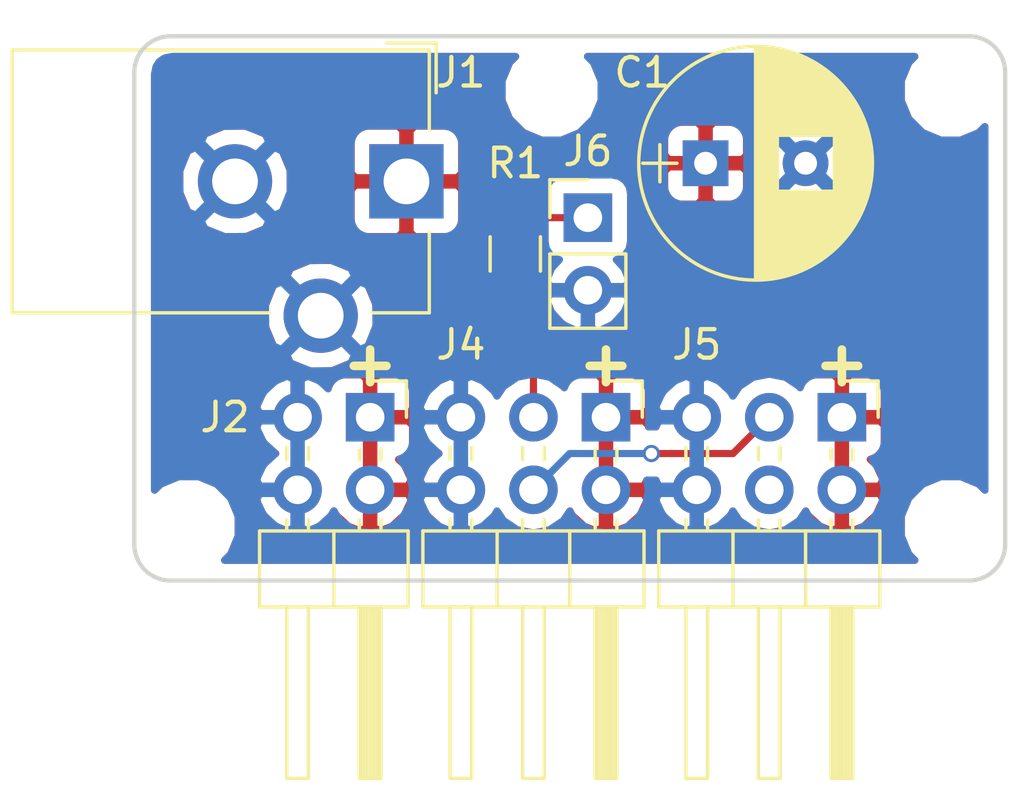
<source format=kicad_pcb>
(kicad_pcb (version 4) (host pcbnew 4.0.7)

  (general
    (links 19)
    (no_connects 0)
    (area 122.479999 85.649999 153.110001 104.850001)
    (thickness 1.6)
    (drawings 11)
    (tracks 11)
    (zones 0)
    (modules 11)
    (nets 7)
  )

  (page A4)
  (layers
    (0 F.Cu signal)
    (31 B.Cu signal)
    (32 B.Adhes user)
    (33 F.Adhes user)
    (34 B.Paste user)
    (35 F.Paste user)
    (36 B.SilkS user)
    (37 F.SilkS user)
    (38 B.Mask user)
    (39 F.Mask user)
    (40 Dwgs.User user)
    (41 Cmts.User user)
    (42 Eco1.User user)
    (43 Eco2.User user)
    (44 Edge.Cuts user)
    (45 Margin user)
    (46 B.CrtYd user)
    (47 F.CrtYd user)
    (48 B.Fab user)
    (49 F.Fab user)
  )

  (setup
    (last_trace_width 0.25)
    (trace_clearance 0.2)
    (zone_clearance 0.508)
    (zone_45_only no)
    (trace_min 0.2)
    (segment_width 0.2)
    (edge_width 0.15)
    (via_size 0.6)
    (via_drill 0.4)
    (via_min_size 0.4)
    (via_min_drill 0.3)
    (uvia_size 0.3)
    (uvia_drill 0.1)
    (uvias_allowed no)
    (uvia_min_size 0.2)
    (uvia_min_drill 0.1)
    (pcb_text_width 0.3)
    (pcb_text_size 1.5 1.5)
    (mod_edge_width 0.15)
    (mod_text_size 1 1)
    (mod_text_width 0.15)
    (pad_size 1.7 1.7)
    (pad_drill 1)
    (pad_to_mask_clearance 0.2)
    (aux_axis_origin 0 0)
    (grid_origin 142.24 81.28)
    (visible_elements 7FFFFFFF)
    (pcbplotparams
      (layerselection 0x00030_80000001)
      (usegerberextensions false)
      (excludeedgelayer true)
      (linewidth 0.100000)
      (plotframeref false)
      (viasonmask false)
      (mode 1)
      (useauxorigin false)
      (hpglpennumber 1)
      (hpglpenspeed 20)
      (hpglpendiameter 15)
      (hpglpenoverlay 2)
      (psnegative false)
      (psa4output false)
      (plotreference true)
      (plotvalue true)
      (plotinvisibletext false)
      (padsonsilk false)
      (subtractmaskfromsilk false)
      (outputformat 1)
      (mirror false)
      (drillshape 1)
      (scaleselection 1)
      (outputdirectory ""))
  )

  (net 0 "")
  (net 1 +5V)
  (net 2 GND)
  (net 3 /LED2/DATA_OUT)
  (net 4 /LED/DATA_IN)
  (net 5 /LED2/DATA_IN)
  (net 6 "Net-(J6-Pad1)")

  (net_class Default "This is the default net class."
    (clearance 0.2)
    (trace_width 0.25)
    (via_dia 0.6)
    (via_drill 0.4)
    (uvia_dia 0.3)
    (uvia_drill 0.1)
    (add_net /LED/DATA_IN)
    (add_net /LED2/DATA_IN)
    (add_net /LED2/DATA_OUT)
    (add_net "Net-(J6-Pad1)")
  )

  (net_class 5V ""
    (clearance 0.2)
    (trace_width 0.508)
    (via_dia 0.6)
    (via_drill 0.4)
    (uvia_dia 0.3)
    (uvia_drill 0.1)
    (add_net +5V)
    (add_net GND)
  )

  (module Pin_Headers:Pin_Header_Angled_2x03_Pitch2.54mm (layer F.Cu) (tedit 5A4C35A6) (tstamp 5A4C31D4)
    (at 147.32 99.06 270)
    (descr "Through hole angled pin header, 2x03, 2.54mm pitch, 6mm pin length, double rows")
    (tags "Through hole angled pin header THT 2x03 2.54mm double row")
    (path /5A4C2FD7/5A4C2E62)
    (fp_text reference J5 (at -2.54 5.08 360) (layer F.SilkS)
      (effects (font (size 1 1) (thickness 0.15)))
    )
    (fp_text value LED1 (at 5.655 7.35 270) (layer F.Fab)
      (effects (font (size 1 1) (thickness 0.15)))
    )
    (fp_line (start 4.675 -1.27) (end 6.58 -1.27) (layer F.Fab) (width 0.1))
    (fp_line (start 6.58 -1.27) (end 6.58 6.35) (layer F.Fab) (width 0.1))
    (fp_line (start 6.58 6.35) (end 4.04 6.35) (layer F.Fab) (width 0.1))
    (fp_line (start 4.04 6.35) (end 4.04 -0.635) (layer F.Fab) (width 0.1))
    (fp_line (start 4.04 -0.635) (end 4.675 -1.27) (layer F.Fab) (width 0.1))
    (fp_line (start -0.32 -0.32) (end 4.04 -0.32) (layer F.Fab) (width 0.1))
    (fp_line (start -0.32 -0.32) (end -0.32 0.32) (layer F.Fab) (width 0.1))
    (fp_line (start -0.32 0.32) (end 4.04 0.32) (layer F.Fab) (width 0.1))
    (fp_line (start 6.58 -0.32) (end 12.58 -0.32) (layer F.Fab) (width 0.1))
    (fp_line (start 12.58 -0.32) (end 12.58 0.32) (layer F.Fab) (width 0.1))
    (fp_line (start 6.58 0.32) (end 12.58 0.32) (layer F.Fab) (width 0.1))
    (fp_line (start -0.32 2.22) (end 4.04 2.22) (layer F.Fab) (width 0.1))
    (fp_line (start -0.32 2.22) (end -0.32 2.86) (layer F.Fab) (width 0.1))
    (fp_line (start -0.32 2.86) (end 4.04 2.86) (layer F.Fab) (width 0.1))
    (fp_line (start 6.58 2.22) (end 12.58 2.22) (layer F.Fab) (width 0.1))
    (fp_line (start 12.58 2.22) (end 12.58 2.86) (layer F.Fab) (width 0.1))
    (fp_line (start 6.58 2.86) (end 12.58 2.86) (layer F.Fab) (width 0.1))
    (fp_line (start -0.32 4.76) (end 4.04 4.76) (layer F.Fab) (width 0.1))
    (fp_line (start -0.32 4.76) (end -0.32 5.4) (layer F.Fab) (width 0.1))
    (fp_line (start -0.32 5.4) (end 4.04 5.4) (layer F.Fab) (width 0.1))
    (fp_line (start 6.58 4.76) (end 12.58 4.76) (layer F.Fab) (width 0.1))
    (fp_line (start 12.58 4.76) (end 12.58 5.4) (layer F.Fab) (width 0.1))
    (fp_line (start 6.58 5.4) (end 12.58 5.4) (layer F.Fab) (width 0.1))
    (fp_line (start 3.98 -1.33) (end 3.98 6.41) (layer F.SilkS) (width 0.12))
    (fp_line (start 3.98 6.41) (end 6.64 6.41) (layer F.SilkS) (width 0.12))
    (fp_line (start 6.64 6.41) (end 6.64 -1.33) (layer F.SilkS) (width 0.12))
    (fp_line (start 6.64 -1.33) (end 3.98 -1.33) (layer F.SilkS) (width 0.12))
    (fp_line (start 6.64 -0.38) (end 12.64 -0.38) (layer F.SilkS) (width 0.12))
    (fp_line (start 12.64 -0.38) (end 12.64 0.38) (layer F.SilkS) (width 0.12))
    (fp_line (start 12.64 0.38) (end 6.64 0.38) (layer F.SilkS) (width 0.12))
    (fp_line (start 6.64 -0.32) (end 12.64 -0.32) (layer F.SilkS) (width 0.12))
    (fp_line (start 6.64 -0.2) (end 12.64 -0.2) (layer F.SilkS) (width 0.12))
    (fp_line (start 6.64 -0.08) (end 12.64 -0.08) (layer F.SilkS) (width 0.12))
    (fp_line (start 6.64 0.04) (end 12.64 0.04) (layer F.SilkS) (width 0.12))
    (fp_line (start 6.64 0.16) (end 12.64 0.16) (layer F.SilkS) (width 0.12))
    (fp_line (start 6.64 0.28) (end 12.64 0.28) (layer F.SilkS) (width 0.12))
    (fp_line (start 3.582929 -0.38) (end 3.98 -0.38) (layer F.SilkS) (width 0.12))
    (fp_line (start 3.582929 0.38) (end 3.98 0.38) (layer F.SilkS) (width 0.12))
    (fp_line (start 1.11 -0.38) (end 1.497071 -0.38) (layer F.SilkS) (width 0.12))
    (fp_line (start 1.11 0.38) (end 1.497071 0.38) (layer F.SilkS) (width 0.12))
    (fp_line (start 3.98 1.27) (end 6.64 1.27) (layer F.SilkS) (width 0.12))
    (fp_line (start 6.64 2.16) (end 12.64 2.16) (layer F.SilkS) (width 0.12))
    (fp_line (start 12.64 2.16) (end 12.64 2.92) (layer F.SilkS) (width 0.12))
    (fp_line (start 12.64 2.92) (end 6.64 2.92) (layer F.SilkS) (width 0.12))
    (fp_line (start 3.582929 2.16) (end 3.98 2.16) (layer F.SilkS) (width 0.12))
    (fp_line (start 3.582929 2.92) (end 3.98 2.92) (layer F.SilkS) (width 0.12))
    (fp_line (start 1.042929 2.16) (end 1.497071 2.16) (layer F.SilkS) (width 0.12))
    (fp_line (start 1.042929 2.92) (end 1.497071 2.92) (layer F.SilkS) (width 0.12))
    (fp_line (start 3.98 3.81) (end 6.64 3.81) (layer F.SilkS) (width 0.12))
    (fp_line (start 6.64 4.7) (end 12.64 4.7) (layer F.SilkS) (width 0.12))
    (fp_line (start 12.64 4.7) (end 12.64 5.46) (layer F.SilkS) (width 0.12))
    (fp_line (start 12.64 5.46) (end 6.64 5.46) (layer F.SilkS) (width 0.12))
    (fp_line (start 3.582929 4.7) (end 3.98 4.7) (layer F.SilkS) (width 0.12))
    (fp_line (start 3.582929 5.46) (end 3.98 5.46) (layer F.SilkS) (width 0.12))
    (fp_line (start 1.042929 4.7) (end 1.497071 4.7) (layer F.SilkS) (width 0.12))
    (fp_line (start 1.042929 5.46) (end 1.497071 5.46) (layer F.SilkS) (width 0.12))
    (fp_line (start -1.27 0) (end -1.27 -1.27) (layer F.SilkS) (width 0.12))
    (fp_line (start -1.27 -1.27) (end 0 -1.27) (layer F.SilkS) (width 0.12))
    (fp_line (start -1.8 -1.8) (end -1.8 6.85) (layer F.CrtYd) (width 0.05))
    (fp_line (start -1.8 6.85) (end 13.1 6.85) (layer F.CrtYd) (width 0.05))
    (fp_line (start 13.1 6.85) (end 13.1 -1.8) (layer F.CrtYd) (width 0.05))
    (fp_line (start 13.1 -1.8) (end -1.8 -1.8) (layer F.CrtYd) (width 0.05))
    (fp_text user %R (at -2.54 5.08 360) (layer F.Fab)
      (effects (font (size 1 1) (thickness 0.15)))
    )
    (pad 1 thru_hole rect (at 0 0 270) (size 1.7 1.7) (drill 1) (layers *.Cu *.Mask)
      (net 1 +5V))
    (pad 2 thru_hole oval (at 2.54 0 270) (size 1.7 1.7) (drill 1) (layers *.Cu *.Mask)
      (net 1 +5V))
    (pad 3 thru_hole oval (at 0 2.54 270) (size 1.7 1.7) (drill 1) (layers *.Cu *.Mask)
      (net 5 /LED2/DATA_IN))
    (pad 4 thru_hole oval (at 2.54 2.54 270) (size 1.7 1.7) (drill 1) (layers *.Cu *.Mask)
      (net 3 /LED2/DATA_OUT))
    (pad 5 thru_hole oval (at 0 5.08 270) (size 1.7 1.7) (drill 1) (layers *.Cu *.Mask)
      (net 2 GND))
    (pad 6 thru_hole oval (at 2.54 5.08 270) (size 1.7 1.7) (drill 1) (layers *.Cu *.Mask)
      (net 2 GND))
    (model ${KISYS3DMOD}/Pin_Headers.3dshapes/Pin_Header_Angled_2x03_Pitch2.54mm.wrl
      (at (xyz 0 0 0))
      (scale (xyz 1 1 1))
      (rotate (xyz 0 0 0))
    )
  )

  (module Mounting_Holes:MountingHole_2.2mm_M2 (layer F.Cu) (tedit 5A4BF6BF) (tstamp 5A4C0255)
    (at 124.46 102.87)
    (descr "Mounting Hole 2.2mm, no annular, M2")
    (tags "mounting hole 2.2mm no annular m2")
    (attr virtual)
    (fp_text reference REF** (at 0 -3.2) (layer F.SilkS) hide
      (effects (font (size 1 1) (thickness 0.15)))
    )
    (fp_text value MountingHole_2.2mm_M2 (at 0 3.2) (layer F.Fab) hide
      (effects (font (size 1 1) (thickness 0.15)))
    )
    (fp_text user %R (at 0.3 0) (layer F.Fab)
      (effects (font (size 1 1) (thickness 0.15)))
    )
    (fp_circle (center 0 0) (end 2.2 0) (layer Cmts.User) (width 0.15))
    (fp_circle (center 0 0) (end 2.45 0) (layer F.CrtYd) (width 0.05))
    (pad 1 np_thru_hole circle (at 0 0) (size 2.2 2.2) (drill 2.2) (layers *.Cu *.Mask))
  )

  (module Mounting_Holes:MountingHole_2.2mm_M2 (layer F.Cu) (tedit 5A4BF6C6) (tstamp 5A4C024E)
    (at 151.13 102.87)
    (descr "Mounting Hole 2.2mm, no annular, M2")
    (tags "mounting hole 2.2mm no annular m2")
    (attr virtual)
    (fp_text reference REF** (at 0 -3.2) (layer F.SilkS) hide
      (effects (font (size 1 1) (thickness 0.15)))
    )
    (fp_text value MountingHole_2.2mm_M2 (at 0 3.2) (layer F.Fab) hide
      (effects (font (size 1 1) (thickness 0.15)))
    )
    (fp_text user %R (at 0.3 0) (layer F.Fab)
      (effects (font (size 1 1) (thickness 0.15)))
    )
    (fp_circle (center 0 0) (end 2.2 0) (layer Cmts.User) (width 0.15))
    (fp_circle (center 0 0) (end 2.45 0) (layer F.CrtYd) (width 0.05))
    (pad 1 np_thru_hole circle (at 0 0) (size 2.2 2.2) (drill 2.2) (layers *.Cu *.Mask))
  )

  (module Mounting_Holes:MountingHole_2.2mm_M2 (layer F.Cu) (tedit 5A4BF6AE) (tstamp 5A4C0247)
    (at 137.16 87.63)
    (descr "Mounting Hole 2.2mm, no annular, M2")
    (tags "mounting hole 2.2mm no annular m2")
    (attr virtual)
    (fp_text reference REF** (at 0 -3.2) (layer F.SilkS) hide
      (effects (font (size 1 1) (thickness 0.15)))
    )
    (fp_text value MountingHole_2.2mm_M2 (at 0 3.175) (layer F.Fab) hide
      (effects (font (size 1 1) (thickness 0.15)))
    )
    (fp_text user %R (at 0.3 0) (layer F.Fab)
      (effects (font (size 1 1) (thickness 0.15)))
    )
    (fp_circle (center 0 0) (end 2.2 0) (layer Cmts.User) (width 0.15))
    (fp_circle (center 0 0) (end 2.45 0) (layer F.CrtYd) (width 0.05))
    (pad 1 np_thru_hole circle (at 0 0) (size 2.2 2.2) (drill 2.2) (layers *.Cu *.Mask))
  )

  (module Capacitors_THT:CP_Radial_D8.0mm_P3.50mm (layer F.Cu) (tedit 5A4BF4F7) (tstamp 5A4BDDEA)
    (at 142.55 90.17)
    (descr "CP, Radial series, Radial, pin pitch=3.50mm, , diameter=8mm, Electrolytic Capacitor")
    (tags "CP Radial series Radial pin pitch 3.50mm  diameter 8mm Electrolytic Capacitor")
    (path /5A4C32CF)
    (fp_text reference C1 (at -2.215 -3.175) (layer F.SilkS)
      (effects (font (size 1 1) (thickness 0.15)))
    )
    (fp_text value CP (at 1.905 -2.54) (layer F.Fab)
      (effects (font (size 1 1) (thickness 0.15)))
    )
    (fp_circle (center 1.75 0) (end 5.75 0) (layer F.Fab) (width 0.1))
    (fp_circle (center 1.75 0) (end 5.84 0) (layer F.SilkS) (width 0.12))
    (fp_line (start -2.2 0) (end -1 0) (layer F.Fab) (width 0.1))
    (fp_line (start -1.6 -0.65) (end -1.6 0.65) (layer F.Fab) (width 0.1))
    (fp_line (start 1.75 -4.05) (end 1.75 4.05) (layer F.SilkS) (width 0.12))
    (fp_line (start 1.79 -4.05) (end 1.79 4.05) (layer F.SilkS) (width 0.12))
    (fp_line (start 1.83 -4.05) (end 1.83 4.05) (layer F.SilkS) (width 0.12))
    (fp_line (start 1.87 -4.049) (end 1.87 4.049) (layer F.SilkS) (width 0.12))
    (fp_line (start 1.91 -4.047) (end 1.91 4.047) (layer F.SilkS) (width 0.12))
    (fp_line (start 1.95 -4.046) (end 1.95 4.046) (layer F.SilkS) (width 0.12))
    (fp_line (start 1.99 -4.043) (end 1.99 4.043) (layer F.SilkS) (width 0.12))
    (fp_line (start 2.03 -4.041) (end 2.03 4.041) (layer F.SilkS) (width 0.12))
    (fp_line (start 2.07 -4.038) (end 2.07 4.038) (layer F.SilkS) (width 0.12))
    (fp_line (start 2.11 -4.035) (end 2.11 4.035) (layer F.SilkS) (width 0.12))
    (fp_line (start 2.15 -4.031) (end 2.15 4.031) (layer F.SilkS) (width 0.12))
    (fp_line (start 2.19 -4.027) (end 2.19 4.027) (layer F.SilkS) (width 0.12))
    (fp_line (start 2.23 -4.022) (end 2.23 4.022) (layer F.SilkS) (width 0.12))
    (fp_line (start 2.27 -4.017) (end 2.27 4.017) (layer F.SilkS) (width 0.12))
    (fp_line (start 2.31 -4.012) (end 2.31 4.012) (layer F.SilkS) (width 0.12))
    (fp_line (start 2.35 -4.006) (end 2.35 4.006) (layer F.SilkS) (width 0.12))
    (fp_line (start 2.39 -4) (end 2.39 4) (layer F.SilkS) (width 0.12))
    (fp_line (start 2.43 -3.994) (end 2.43 3.994) (layer F.SilkS) (width 0.12))
    (fp_line (start 2.471 -3.987) (end 2.471 3.987) (layer F.SilkS) (width 0.12))
    (fp_line (start 2.511 -3.979) (end 2.511 3.979) (layer F.SilkS) (width 0.12))
    (fp_line (start 2.551 -3.971) (end 2.551 -0.98) (layer F.SilkS) (width 0.12))
    (fp_line (start 2.551 0.98) (end 2.551 3.971) (layer F.SilkS) (width 0.12))
    (fp_line (start 2.591 -3.963) (end 2.591 -0.98) (layer F.SilkS) (width 0.12))
    (fp_line (start 2.591 0.98) (end 2.591 3.963) (layer F.SilkS) (width 0.12))
    (fp_line (start 2.631 -3.955) (end 2.631 -0.98) (layer F.SilkS) (width 0.12))
    (fp_line (start 2.631 0.98) (end 2.631 3.955) (layer F.SilkS) (width 0.12))
    (fp_line (start 2.671 -3.946) (end 2.671 -0.98) (layer F.SilkS) (width 0.12))
    (fp_line (start 2.671 0.98) (end 2.671 3.946) (layer F.SilkS) (width 0.12))
    (fp_line (start 2.711 -3.936) (end 2.711 -0.98) (layer F.SilkS) (width 0.12))
    (fp_line (start 2.711 0.98) (end 2.711 3.936) (layer F.SilkS) (width 0.12))
    (fp_line (start 2.751 -3.926) (end 2.751 -0.98) (layer F.SilkS) (width 0.12))
    (fp_line (start 2.751 0.98) (end 2.751 3.926) (layer F.SilkS) (width 0.12))
    (fp_line (start 2.791 -3.916) (end 2.791 -0.98) (layer F.SilkS) (width 0.12))
    (fp_line (start 2.791 0.98) (end 2.791 3.916) (layer F.SilkS) (width 0.12))
    (fp_line (start 2.831 -3.905) (end 2.831 -0.98) (layer F.SilkS) (width 0.12))
    (fp_line (start 2.831 0.98) (end 2.831 3.905) (layer F.SilkS) (width 0.12))
    (fp_line (start 2.871 -3.894) (end 2.871 -0.98) (layer F.SilkS) (width 0.12))
    (fp_line (start 2.871 0.98) (end 2.871 3.894) (layer F.SilkS) (width 0.12))
    (fp_line (start 2.911 -3.883) (end 2.911 -0.98) (layer F.SilkS) (width 0.12))
    (fp_line (start 2.911 0.98) (end 2.911 3.883) (layer F.SilkS) (width 0.12))
    (fp_line (start 2.951 -3.87) (end 2.951 -0.98) (layer F.SilkS) (width 0.12))
    (fp_line (start 2.951 0.98) (end 2.951 3.87) (layer F.SilkS) (width 0.12))
    (fp_line (start 2.991 -3.858) (end 2.991 -0.98) (layer F.SilkS) (width 0.12))
    (fp_line (start 2.991 0.98) (end 2.991 3.858) (layer F.SilkS) (width 0.12))
    (fp_line (start 3.031 -3.845) (end 3.031 -0.98) (layer F.SilkS) (width 0.12))
    (fp_line (start 3.031 0.98) (end 3.031 3.845) (layer F.SilkS) (width 0.12))
    (fp_line (start 3.071 -3.832) (end 3.071 -0.98) (layer F.SilkS) (width 0.12))
    (fp_line (start 3.071 0.98) (end 3.071 3.832) (layer F.SilkS) (width 0.12))
    (fp_line (start 3.111 -3.818) (end 3.111 -0.98) (layer F.SilkS) (width 0.12))
    (fp_line (start 3.111 0.98) (end 3.111 3.818) (layer F.SilkS) (width 0.12))
    (fp_line (start 3.151 -3.803) (end 3.151 -0.98) (layer F.SilkS) (width 0.12))
    (fp_line (start 3.151 0.98) (end 3.151 3.803) (layer F.SilkS) (width 0.12))
    (fp_line (start 3.191 -3.789) (end 3.191 -0.98) (layer F.SilkS) (width 0.12))
    (fp_line (start 3.191 0.98) (end 3.191 3.789) (layer F.SilkS) (width 0.12))
    (fp_line (start 3.231 -3.773) (end 3.231 -0.98) (layer F.SilkS) (width 0.12))
    (fp_line (start 3.231 0.98) (end 3.231 3.773) (layer F.SilkS) (width 0.12))
    (fp_line (start 3.271 -3.758) (end 3.271 -0.98) (layer F.SilkS) (width 0.12))
    (fp_line (start 3.271 0.98) (end 3.271 3.758) (layer F.SilkS) (width 0.12))
    (fp_line (start 3.311 -3.741) (end 3.311 -0.98) (layer F.SilkS) (width 0.12))
    (fp_line (start 3.311 0.98) (end 3.311 3.741) (layer F.SilkS) (width 0.12))
    (fp_line (start 3.351 -3.725) (end 3.351 -0.98) (layer F.SilkS) (width 0.12))
    (fp_line (start 3.351 0.98) (end 3.351 3.725) (layer F.SilkS) (width 0.12))
    (fp_line (start 3.391 -3.707) (end 3.391 -0.98) (layer F.SilkS) (width 0.12))
    (fp_line (start 3.391 0.98) (end 3.391 3.707) (layer F.SilkS) (width 0.12))
    (fp_line (start 3.431 -3.69) (end 3.431 -0.98) (layer F.SilkS) (width 0.12))
    (fp_line (start 3.431 0.98) (end 3.431 3.69) (layer F.SilkS) (width 0.12))
    (fp_line (start 3.471 -3.671) (end 3.471 -0.98) (layer F.SilkS) (width 0.12))
    (fp_line (start 3.471 0.98) (end 3.471 3.671) (layer F.SilkS) (width 0.12))
    (fp_line (start 3.511 -3.652) (end 3.511 -0.98) (layer F.SilkS) (width 0.12))
    (fp_line (start 3.511 0.98) (end 3.511 3.652) (layer F.SilkS) (width 0.12))
    (fp_line (start 3.551 -3.633) (end 3.551 -0.98) (layer F.SilkS) (width 0.12))
    (fp_line (start 3.551 0.98) (end 3.551 3.633) (layer F.SilkS) (width 0.12))
    (fp_line (start 3.591 -3.613) (end 3.591 -0.98) (layer F.SilkS) (width 0.12))
    (fp_line (start 3.591 0.98) (end 3.591 3.613) (layer F.SilkS) (width 0.12))
    (fp_line (start 3.631 -3.593) (end 3.631 -0.98) (layer F.SilkS) (width 0.12))
    (fp_line (start 3.631 0.98) (end 3.631 3.593) (layer F.SilkS) (width 0.12))
    (fp_line (start 3.671 -3.572) (end 3.671 -0.98) (layer F.SilkS) (width 0.12))
    (fp_line (start 3.671 0.98) (end 3.671 3.572) (layer F.SilkS) (width 0.12))
    (fp_line (start 3.711 -3.55) (end 3.711 -0.98) (layer F.SilkS) (width 0.12))
    (fp_line (start 3.711 0.98) (end 3.711 3.55) (layer F.SilkS) (width 0.12))
    (fp_line (start 3.751 -3.528) (end 3.751 -0.98) (layer F.SilkS) (width 0.12))
    (fp_line (start 3.751 0.98) (end 3.751 3.528) (layer F.SilkS) (width 0.12))
    (fp_line (start 3.791 -3.505) (end 3.791 -0.98) (layer F.SilkS) (width 0.12))
    (fp_line (start 3.791 0.98) (end 3.791 3.505) (layer F.SilkS) (width 0.12))
    (fp_line (start 3.831 -3.482) (end 3.831 -0.98) (layer F.SilkS) (width 0.12))
    (fp_line (start 3.831 0.98) (end 3.831 3.482) (layer F.SilkS) (width 0.12))
    (fp_line (start 3.871 -3.458) (end 3.871 -0.98) (layer F.SilkS) (width 0.12))
    (fp_line (start 3.871 0.98) (end 3.871 3.458) (layer F.SilkS) (width 0.12))
    (fp_line (start 3.911 -3.434) (end 3.911 -0.98) (layer F.SilkS) (width 0.12))
    (fp_line (start 3.911 0.98) (end 3.911 3.434) (layer F.SilkS) (width 0.12))
    (fp_line (start 3.951 -3.408) (end 3.951 -0.98) (layer F.SilkS) (width 0.12))
    (fp_line (start 3.951 0.98) (end 3.951 3.408) (layer F.SilkS) (width 0.12))
    (fp_line (start 3.991 -3.383) (end 3.991 -0.98) (layer F.SilkS) (width 0.12))
    (fp_line (start 3.991 0.98) (end 3.991 3.383) (layer F.SilkS) (width 0.12))
    (fp_line (start 4.031 -3.356) (end 4.031 -0.98) (layer F.SilkS) (width 0.12))
    (fp_line (start 4.031 0.98) (end 4.031 3.356) (layer F.SilkS) (width 0.12))
    (fp_line (start 4.071 -3.329) (end 4.071 -0.98) (layer F.SilkS) (width 0.12))
    (fp_line (start 4.071 0.98) (end 4.071 3.329) (layer F.SilkS) (width 0.12))
    (fp_line (start 4.111 -3.301) (end 4.111 -0.98) (layer F.SilkS) (width 0.12))
    (fp_line (start 4.111 0.98) (end 4.111 3.301) (layer F.SilkS) (width 0.12))
    (fp_line (start 4.151 -3.272) (end 4.151 -0.98) (layer F.SilkS) (width 0.12))
    (fp_line (start 4.151 0.98) (end 4.151 3.272) (layer F.SilkS) (width 0.12))
    (fp_line (start 4.191 -3.243) (end 4.191 -0.98) (layer F.SilkS) (width 0.12))
    (fp_line (start 4.191 0.98) (end 4.191 3.243) (layer F.SilkS) (width 0.12))
    (fp_line (start 4.231 -3.213) (end 4.231 -0.98) (layer F.SilkS) (width 0.12))
    (fp_line (start 4.231 0.98) (end 4.231 3.213) (layer F.SilkS) (width 0.12))
    (fp_line (start 4.271 -3.182) (end 4.271 -0.98) (layer F.SilkS) (width 0.12))
    (fp_line (start 4.271 0.98) (end 4.271 3.182) (layer F.SilkS) (width 0.12))
    (fp_line (start 4.311 -3.15) (end 4.311 -0.98) (layer F.SilkS) (width 0.12))
    (fp_line (start 4.311 0.98) (end 4.311 3.15) (layer F.SilkS) (width 0.12))
    (fp_line (start 4.351 -3.118) (end 4.351 -0.98) (layer F.SilkS) (width 0.12))
    (fp_line (start 4.351 0.98) (end 4.351 3.118) (layer F.SilkS) (width 0.12))
    (fp_line (start 4.391 -3.084) (end 4.391 -0.98) (layer F.SilkS) (width 0.12))
    (fp_line (start 4.391 0.98) (end 4.391 3.084) (layer F.SilkS) (width 0.12))
    (fp_line (start 4.431 -3.05) (end 4.431 -0.98) (layer F.SilkS) (width 0.12))
    (fp_line (start 4.431 0.98) (end 4.431 3.05) (layer F.SilkS) (width 0.12))
    (fp_line (start 4.471 -3.015) (end 4.471 -0.98) (layer F.SilkS) (width 0.12))
    (fp_line (start 4.471 0.98) (end 4.471 3.015) (layer F.SilkS) (width 0.12))
    (fp_line (start 4.511 -2.979) (end 4.511 2.979) (layer F.SilkS) (width 0.12))
    (fp_line (start 4.551 -2.942) (end 4.551 2.942) (layer F.SilkS) (width 0.12))
    (fp_line (start 4.591 -2.904) (end 4.591 2.904) (layer F.SilkS) (width 0.12))
    (fp_line (start 4.631 -2.865) (end 4.631 2.865) (layer F.SilkS) (width 0.12))
    (fp_line (start 4.671 -2.824) (end 4.671 2.824) (layer F.SilkS) (width 0.12))
    (fp_line (start 4.711 -2.783) (end 4.711 2.783) (layer F.SilkS) (width 0.12))
    (fp_line (start 4.751 -2.74) (end 4.751 2.74) (layer F.SilkS) (width 0.12))
    (fp_line (start 4.791 -2.697) (end 4.791 2.697) (layer F.SilkS) (width 0.12))
    (fp_line (start 4.831 -2.652) (end 4.831 2.652) (layer F.SilkS) (width 0.12))
    (fp_line (start 4.871 -2.605) (end 4.871 2.605) (layer F.SilkS) (width 0.12))
    (fp_line (start 4.911 -2.557) (end 4.911 2.557) (layer F.SilkS) (width 0.12))
    (fp_line (start 4.951 -2.508) (end 4.951 2.508) (layer F.SilkS) (width 0.12))
    (fp_line (start 4.991 -2.457) (end 4.991 2.457) (layer F.SilkS) (width 0.12))
    (fp_line (start 5.031 -2.404) (end 5.031 2.404) (layer F.SilkS) (width 0.12))
    (fp_line (start 5.071 -2.349) (end 5.071 2.349) (layer F.SilkS) (width 0.12))
    (fp_line (start 5.111 -2.293) (end 5.111 2.293) (layer F.SilkS) (width 0.12))
    (fp_line (start 5.151 -2.234) (end 5.151 2.234) (layer F.SilkS) (width 0.12))
    (fp_line (start 5.191 -2.173) (end 5.191 2.173) (layer F.SilkS) (width 0.12))
    (fp_line (start 5.231 -2.109) (end 5.231 2.109) (layer F.SilkS) (width 0.12))
    (fp_line (start 5.271 -2.043) (end 5.271 2.043) (layer F.SilkS) (width 0.12))
    (fp_line (start 5.311 -1.974) (end 5.311 1.974) (layer F.SilkS) (width 0.12))
    (fp_line (start 5.351 -1.902) (end 5.351 1.902) (layer F.SilkS) (width 0.12))
    (fp_line (start 5.391 -1.826) (end 5.391 1.826) (layer F.SilkS) (width 0.12))
    (fp_line (start 5.431 -1.745) (end 5.431 1.745) (layer F.SilkS) (width 0.12))
    (fp_line (start 5.471 -1.66) (end 5.471 1.66) (layer F.SilkS) (width 0.12))
    (fp_line (start 5.511 -1.57) (end 5.511 1.57) (layer F.SilkS) (width 0.12))
    (fp_line (start 5.551 -1.473) (end 5.551 1.473) (layer F.SilkS) (width 0.12))
    (fp_line (start 5.591 -1.369) (end 5.591 1.369) (layer F.SilkS) (width 0.12))
    (fp_line (start 5.631 -1.254) (end 5.631 1.254) (layer F.SilkS) (width 0.12))
    (fp_line (start 5.671 -1.127) (end 5.671 1.127) (layer F.SilkS) (width 0.12))
    (fp_line (start 5.711 -0.983) (end 5.711 0.983) (layer F.SilkS) (width 0.12))
    (fp_line (start 5.751 -0.814) (end 5.751 0.814) (layer F.SilkS) (width 0.12))
    (fp_line (start 5.791 -0.598) (end 5.791 0.598) (layer F.SilkS) (width 0.12))
    (fp_line (start 5.831 -0.246) (end 5.831 0.246) (layer F.SilkS) (width 0.12))
    (fp_line (start -2.2 0) (end -1 0) (layer F.SilkS) (width 0.12))
    (fp_line (start -1.6 -0.65) (end -1.6 0.65) (layer F.SilkS) (width 0.12))
    (fp_line (start -2.6 -4.35) (end -2.6 4.35) (layer F.CrtYd) (width 0.05))
    (fp_line (start -2.6 4.35) (end 6.1 4.35) (layer F.CrtYd) (width 0.05))
    (fp_line (start 6.1 4.35) (end 6.1 -4.35) (layer F.CrtYd) (width 0.05))
    (fp_line (start 6.1 -4.35) (end -2.6 -4.35) (layer F.CrtYd) (width 0.05))
    (fp_text user %R (at 1.75 0) (layer F.Fab)
      (effects (font (size 1 1) (thickness 0.15)))
    )
    (pad 1 thru_hole rect (at 0 0) (size 1.6 1.6) (drill 0.8) (layers *.Cu *.Mask)
      (net 1 +5V))
    (pad 2 thru_hole circle (at 3.5 0) (size 1.6 1.6) (drill 0.8) (layers *.Cu *.Mask)
      (net 2 GND))
    (model ${KISYS3DMOD}/Capacitors_THT.3dshapes/CP_Radial_D8.0mm_P3.50mm.wrl
      (at (xyz 0 0 0))
      (scale (xyz 1 1 1))
      (rotate (xyz 0 0 0))
    )
  )

  (module Connectors:Barrel_Jack_CUI_PJ-102AH (layer F.Cu) (tedit 59BC552D) (tstamp 5A4BEBBE)
    (at 132.08 90.805 270)
    (descr "Thin-pin DC Barrel Jack, https://cdn-shop.adafruit.com/datasheets/21mmdcjackDatasheet.pdf")
    (tags "Power Jack")
    (path /5A4C2D50)
    (fp_text reference J1 (at -3.81 -1.905 360) (layer F.SilkS)
      (effects (font (size 1 1) (thickness 0.15)))
    )
    (fp_text value Barrel_Jack (at -5.5 6.2 360) (layer F.Fab)
      (effects (font (size 1 1) (thickness 0.15)))
    )
    (fp_line (start 1.8 -1.8) (end 1.8 -1.2) (layer F.CrtYd) (width 0.05))
    (fp_line (start 1.8 -1.2) (end 5 -1.2) (layer F.CrtYd) (width 0.05))
    (fp_line (start 5 -1.2) (end 5 1.2) (layer F.CrtYd) (width 0.05))
    (fp_line (start 5 1.2) (end 6.5 1.2) (layer F.CrtYd) (width 0.05))
    (fp_line (start 6.5 1.2) (end 6.5 4.8) (layer F.CrtYd) (width 0.05))
    (fp_line (start 6.5 4.8) (end 5 4.8) (layer F.CrtYd) (width 0.05))
    (fp_line (start 5 4.8) (end 5 14.2) (layer F.CrtYd) (width 0.05))
    (fp_line (start 5 14.2) (end -5 14.2) (layer F.CrtYd) (width 0.05))
    (fp_line (start -5 14.2) (end -5 -1.2) (layer F.CrtYd) (width 0.05))
    (fp_line (start -5 -1.2) (end -1.8 -1.2) (layer F.CrtYd) (width 0.05))
    (fp_line (start -1.8 -1.2) (end -1.8 -1.8) (layer F.CrtYd) (width 0.05))
    (fp_line (start -1.8 -1.8) (end 1.8 -1.8) (layer F.CrtYd) (width 0.05))
    (fp_line (start 4.6 4.8) (end 4.6 13.8) (layer F.SilkS) (width 0.12))
    (fp_line (start 4.6 13.8) (end -4.6 13.8) (layer F.SilkS) (width 0.12))
    (fp_line (start -4.6 13.8) (end -4.6 -0.8) (layer F.SilkS) (width 0.12))
    (fp_line (start -4.6 -0.8) (end -1.8 -0.8) (layer F.SilkS) (width 0.12))
    (fp_line (start 1.8 -0.8) (end 4.6 -0.8) (layer F.SilkS) (width 0.12))
    (fp_line (start 4.6 -0.8) (end 4.6 1.2) (layer F.SilkS) (width 0.12))
    (fp_line (start -4.84 0.7) (end -4.84 -1.04) (layer F.SilkS) (width 0.12))
    (fp_line (start -4.84 -1.04) (end -3.1 -1.04) (layer F.SilkS) (width 0.12))
    (fp_line (start 4.5 -0.7) (end 4.5 13.7) (layer F.Fab) (width 0.1))
    (fp_line (start 4.5 13.7) (end -4.5 13.7) (layer F.Fab) (width 0.1))
    (fp_line (start -4.5 13.7) (end -4.5 0.3) (layer F.Fab) (width 0.1))
    (fp_line (start -4.5 0.3) (end -3.5 -0.7) (layer F.Fab) (width 0.1))
    (fp_line (start -3.5 -0.7) (end 4.5 -0.7) (layer F.Fab) (width 0.1))
    (fp_line (start -4.5 10.2) (end 4.5 10.2) (layer F.Fab) (width 0.1))
    (fp_text user %R (at 0 6.5 270) (layer F.Fab)
      (effects (font (size 1 1) (thickness 0.15)))
    )
    (pad 1 thru_hole rect (at 0 0 270) (size 2.6 2.6) (drill 1.6) (layers *.Cu *.Mask)
      (net 1 +5V))
    (pad 2 thru_hole circle (at 0 6 270) (size 2.6 2.6) (drill 1.6) (layers *.Cu *.Mask)
      (net 2 GND))
    (pad 3 thru_hole circle (at 4.7 3 270) (size 2.6 2.6) (drill 1.6) (layers *.Cu *.Mask)
      (net 2 GND))
    (model Connectors.3dshapes/JACK_ALIM.wrl
      (at (xyz 0 -0.236 0))
      (scale (xyz 0.8 0.8 0.8))
      (rotate (xyz 0 0 -90))
    )
  )

  (module Mounting_Holes:MountingHole_2.2mm_M2 (layer F.Cu) (tedit 5A4BF6B5) (tstamp 5A4BF670)
    (at 151.13 87.63)
    (descr "Mounting Hole 2.2mm, no annular, M2")
    (tags "mounting hole 2.2mm no annular m2")
    (attr virtual)
    (fp_text reference REF** (at 0 -3.2) (layer F.SilkS) hide
      (effects (font (size 1 1) (thickness 0.15)))
    )
    (fp_text value MountingHole_2.2mm_M2 (at 0 3.2) (layer F.Fab) hide
      (effects (font (size 1 1) (thickness 0.15)))
    )
    (fp_text user %R (at 0.3 0) (layer F.Fab)
      (effects (font (size 1 1) (thickness 0.15)))
    )
    (fp_circle (center 0 0) (end 2.2 0) (layer Cmts.User) (width 0.15))
    (fp_circle (center 0 0) (end 2.45 0) (layer F.CrtYd) (width 0.05))
    (pad 1 np_thru_hole circle (at 0 0) (size 2.2 2.2) (drill 2.2) (layers *.Cu *.Mask))
  )

  (module Resistors_SMD:R_0805_HandSoldering (layer F.Cu) (tedit 58E0A804) (tstamp 5A4C318C)
    (at 135.89 93.345 90)
    (descr "Resistor SMD 0805, hand soldering")
    (tags "resistor 0805")
    (path /5B7DDCCD)
    (attr smd)
    (fp_text reference R1 (at 3.175 0 360) (layer F.SilkS)
      (effects (font (size 1 1) (thickness 0.15)))
    )
    (fp_text value R (at 0 1.75 90) (layer F.Fab)
      (effects (font (size 1 1) (thickness 0.15)))
    )
    (fp_text user %R (at 3.175 0 180) (layer F.Fab)
      (effects (font (size 0.5 0.5) (thickness 0.075)))
    )
    (fp_line (start -1 0.62) (end -1 -0.62) (layer F.Fab) (width 0.1))
    (fp_line (start 1 0.62) (end -1 0.62) (layer F.Fab) (width 0.1))
    (fp_line (start 1 -0.62) (end 1 0.62) (layer F.Fab) (width 0.1))
    (fp_line (start -1 -0.62) (end 1 -0.62) (layer F.Fab) (width 0.1))
    (fp_line (start 0.6 0.88) (end -0.6 0.88) (layer F.SilkS) (width 0.12))
    (fp_line (start -0.6 -0.88) (end 0.6 -0.88) (layer F.SilkS) (width 0.12))
    (fp_line (start -2.35 -0.9) (end 2.35 -0.9) (layer F.CrtYd) (width 0.05))
    (fp_line (start -2.35 -0.9) (end -2.35 0.9) (layer F.CrtYd) (width 0.05))
    (fp_line (start 2.35 0.9) (end 2.35 -0.9) (layer F.CrtYd) (width 0.05))
    (fp_line (start 2.35 0.9) (end -2.35 0.9) (layer F.CrtYd) (width 0.05))
    (pad 1 smd rect (at -1.35 0 90) (size 1.5 1.3) (layers F.Cu F.Paste F.Mask)
      (net 4 /LED/DATA_IN))
    (pad 2 smd rect (at 1.35 0 90) (size 1.5 1.3) (layers F.Cu F.Paste F.Mask)
      (net 6 "Net-(J6-Pad1)"))
    (model ${KISYS3DMOD}/Resistors_SMD.3dshapes/R_0805.wrl
      (at (xyz 0 0 0))
      (scale (xyz 1 1 1))
      (rotate (xyz 0 0 0))
    )
  )

  (module Pin_Headers:Pin_Header_Angled_2x03_Pitch2.54mm (layer F.Cu) (tedit 5A4C359F) (tstamp 5A4C31CB)
    (at 139.065 99.06 270)
    (descr "Through hole angled pin header, 2x03, 2.54mm pitch, 6mm pin length, double rows")
    (tags "Through hole angled pin header THT 2x03 2.54mm double row")
    (path /5A4C2DE6/5A4C2E62)
    (fp_text reference J4 (at -2.54 5.08 540) (layer F.SilkS)
      (effects (font (size 1 1) (thickness 0.15)))
    )
    (fp_text value LED1 (at 5.655 7.35 270) (layer F.Fab)
      (effects (font (size 1 1) (thickness 0.15)))
    )
    (fp_line (start 4.675 -1.27) (end 6.58 -1.27) (layer F.Fab) (width 0.1))
    (fp_line (start 6.58 -1.27) (end 6.58 6.35) (layer F.Fab) (width 0.1))
    (fp_line (start 6.58 6.35) (end 4.04 6.35) (layer F.Fab) (width 0.1))
    (fp_line (start 4.04 6.35) (end 4.04 -0.635) (layer F.Fab) (width 0.1))
    (fp_line (start 4.04 -0.635) (end 4.675 -1.27) (layer F.Fab) (width 0.1))
    (fp_line (start -0.32 -0.32) (end 4.04 -0.32) (layer F.Fab) (width 0.1))
    (fp_line (start -0.32 -0.32) (end -0.32 0.32) (layer F.Fab) (width 0.1))
    (fp_line (start -0.32 0.32) (end 4.04 0.32) (layer F.Fab) (width 0.1))
    (fp_line (start 6.58 -0.32) (end 12.58 -0.32) (layer F.Fab) (width 0.1))
    (fp_line (start 12.58 -0.32) (end 12.58 0.32) (layer F.Fab) (width 0.1))
    (fp_line (start 6.58 0.32) (end 12.58 0.32) (layer F.Fab) (width 0.1))
    (fp_line (start -0.32 2.22) (end 4.04 2.22) (layer F.Fab) (width 0.1))
    (fp_line (start -0.32 2.22) (end -0.32 2.86) (layer F.Fab) (width 0.1))
    (fp_line (start -0.32 2.86) (end 4.04 2.86) (layer F.Fab) (width 0.1))
    (fp_line (start 6.58 2.22) (end 12.58 2.22) (layer F.Fab) (width 0.1))
    (fp_line (start 12.58 2.22) (end 12.58 2.86) (layer F.Fab) (width 0.1))
    (fp_line (start 6.58 2.86) (end 12.58 2.86) (layer F.Fab) (width 0.1))
    (fp_line (start -0.32 4.76) (end 4.04 4.76) (layer F.Fab) (width 0.1))
    (fp_line (start -0.32 4.76) (end -0.32 5.4) (layer F.Fab) (width 0.1))
    (fp_line (start -0.32 5.4) (end 4.04 5.4) (layer F.Fab) (width 0.1))
    (fp_line (start 6.58 4.76) (end 12.58 4.76) (layer F.Fab) (width 0.1))
    (fp_line (start 12.58 4.76) (end 12.58 5.4) (layer F.Fab) (width 0.1))
    (fp_line (start 6.58 5.4) (end 12.58 5.4) (layer F.Fab) (width 0.1))
    (fp_line (start 3.98 -1.33) (end 3.98 6.41) (layer F.SilkS) (width 0.12))
    (fp_line (start 3.98 6.41) (end 6.64 6.41) (layer F.SilkS) (width 0.12))
    (fp_line (start 6.64 6.41) (end 6.64 -1.33) (layer F.SilkS) (width 0.12))
    (fp_line (start 6.64 -1.33) (end 3.98 -1.33) (layer F.SilkS) (width 0.12))
    (fp_line (start 6.64 -0.38) (end 12.64 -0.38) (layer F.SilkS) (width 0.12))
    (fp_line (start 12.64 -0.38) (end 12.64 0.38) (layer F.SilkS) (width 0.12))
    (fp_line (start 12.64 0.38) (end 6.64 0.38) (layer F.SilkS) (width 0.12))
    (fp_line (start 6.64 -0.32) (end 12.64 -0.32) (layer F.SilkS) (width 0.12))
    (fp_line (start 6.64 -0.2) (end 12.64 -0.2) (layer F.SilkS) (width 0.12))
    (fp_line (start 6.64 -0.08) (end 12.64 -0.08) (layer F.SilkS) (width 0.12))
    (fp_line (start 6.64 0.04) (end 12.64 0.04) (layer F.SilkS) (width 0.12))
    (fp_line (start 6.64 0.16) (end 12.64 0.16) (layer F.SilkS) (width 0.12))
    (fp_line (start 6.64 0.28) (end 12.64 0.28) (layer F.SilkS) (width 0.12))
    (fp_line (start 3.582929 -0.38) (end 3.98 -0.38) (layer F.SilkS) (width 0.12))
    (fp_line (start 3.582929 0.38) (end 3.98 0.38) (layer F.SilkS) (width 0.12))
    (fp_line (start 1.11 -0.38) (end 1.497071 -0.38) (layer F.SilkS) (width 0.12))
    (fp_line (start 1.11 0.38) (end 1.497071 0.38) (layer F.SilkS) (width 0.12))
    (fp_line (start 3.98 1.27) (end 6.64 1.27) (layer F.SilkS) (width 0.12))
    (fp_line (start 6.64 2.16) (end 12.64 2.16) (layer F.SilkS) (width 0.12))
    (fp_line (start 12.64 2.16) (end 12.64 2.92) (layer F.SilkS) (width 0.12))
    (fp_line (start 12.64 2.92) (end 6.64 2.92) (layer F.SilkS) (width 0.12))
    (fp_line (start 3.582929 2.16) (end 3.98 2.16) (layer F.SilkS) (width 0.12))
    (fp_line (start 3.582929 2.92) (end 3.98 2.92) (layer F.SilkS) (width 0.12))
    (fp_line (start 1.042929 2.16) (end 1.497071 2.16) (layer F.SilkS) (width 0.12))
    (fp_line (start 1.042929 2.92) (end 1.497071 2.92) (layer F.SilkS) (width 0.12))
    (fp_line (start 3.98 3.81) (end 6.64 3.81) (layer F.SilkS) (width 0.12))
    (fp_line (start 6.64 4.7) (end 12.64 4.7) (layer F.SilkS) (width 0.12))
    (fp_line (start 12.64 4.7) (end 12.64 5.46) (layer F.SilkS) (width 0.12))
    (fp_line (start 12.64 5.46) (end 6.64 5.46) (layer F.SilkS) (width 0.12))
    (fp_line (start 3.582929 4.7) (end 3.98 4.7) (layer F.SilkS) (width 0.12))
    (fp_line (start 3.582929 5.46) (end 3.98 5.46) (layer F.SilkS) (width 0.12))
    (fp_line (start 1.042929 4.7) (end 1.497071 4.7) (layer F.SilkS) (width 0.12))
    (fp_line (start 1.042929 5.46) (end 1.497071 5.46) (layer F.SilkS) (width 0.12))
    (fp_line (start -1.27 0) (end -1.27 -1.27) (layer F.SilkS) (width 0.12))
    (fp_line (start -1.27 -1.27) (end 0 -1.27) (layer F.SilkS) (width 0.12))
    (fp_line (start -1.8 -1.8) (end -1.8 6.85) (layer F.CrtYd) (width 0.05))
    (fp_line (start -1.8 6.85) (end 13.1 6.85) (layer F.CrtYd) (width 0.05))
    (fp_line (start 13.1 6.85) (end 13.1 -1.8) (layer F.CrtYd) (width 0.05))
    (fp_line (start 13.1 -1.8) (end -1.8 -1.8) (layer F.CrtYd) (width 0.05))
    (fp_text user %R (at -2.54 5.08 360) (layer F.Fab)
      (effects (font (size 1 1) (thickness 0.15)))
    )
    (pad 1 thru_hole rect (at 0 0 270) (size 1.7 1.7) (drill 1) (layers *.Cu *.Mask)
      (net 1 +5V))
    (pad 2 thru_hole oval (at 2.54 0 270) (size 1.7 1.7) (drill 1) (layers *.Cu *.Mask)
      (net 1 +5V))
    (pad 3 thru_hole oval (at 0 2.54 270) (size 1.7 1.7) (drill 1) (layers *.Cu *.Mask)
      (net 4 /LED/DATA_IN))
    (pad 4 thru_hole oval (at 2.54 2.54 270) (size 1.7 1.7) (drill 1) (layers *.Cu *.Mask)
      (net 5 /LED2/DATA_IN))
    (pad 5 thru_hole oval (at 0 5.08 270) (size 1.7 1.7) (drill 1) (layers *.Cu *.Mask)
      (net 2 GND))
    (pad 6 thru_hole oval (at 2.54 5.08 270) (size 1.7 1.7) (drill 1) (layers *.Cu *.Mask)
      (net 2 GND))
    (model ${KISYS3DMOD}/Pin_Headers.3dshapes/Pin_Header_Angled_2x03_Pitch2.54mm.wrl
      (at (xyz 0 0 0))
      (scale (xyz 1 1 1))
      (rotate (xyz 0 0 0))
    )
  )

  (module Pin_Headers:Pin_Header_Straight_1x02_Pitch2.54mm (layer F.Cu) (tedit 59650532) (tstamp 5B7DD3C6)
    (at 138.43 92.075)
    (descr "Through hole straight pin header, 1x02, 2.54mm pitch, single row")
    (tags "Through hole pin header THT 1x02 2.54mm single row")
    (path /5A4C35F8)
    (fp_text reference J6 (at 0 -2.33) (layer F.SilkS)
      (effects (font (size 1 1) (thickness 0.15)))
    )
    (fp_text value DATA_IN (at 0 4.87) (layer F.Fab)
      (effects (font (size 1 1) (thickness 0.15)))
    )
    (fp_line (start -0.635 -1.27) (end 1.27 -1.27) (layer F.Fab) (width 0.1))
    (fp_line (start 1.27 -1.27) (end 1.27 3.81) (layer F.Fab) (width 0.1))
    (fp_line (start 1.27 3.81) (end -1.27 3.81) (layer F.Fab) (width 0.1))
    (fp_line (start -1.27 3.81) (end -1.27 -0.635) (layer F.Fab) (width 0.1))
    (fp_line (start -1.27 -0.635) (end -0.635 -1.27) (layer F.Fab) (width 0.1))
    (fp_line (start -1.33 3.87) (end 1.33 3.87) (layer F.SilkS) (width 0.12))
    (fp_line (start -1.33 1.27) (end -1.33 3.87) (layer F.SilkS) (width 0.12))
    (fp_line (start 1.33 1.27) (end 1.33 3.87) (layer F.SilkS) (width 0.12))
    (fp_line (start -1.33 1.27) (end 1.33 1.27) (layer F.SilkS) (width 0.12))
    (fp_line (start -1.33 0) (end -1.33 -1.33) (layer F.SilkS) (width 0.12))
    (fp_line (start -1.33 -1.33) (end 0 -1.33) (layer F.SilkS) (width 0.12))
    (fp_line (start -1.8 -1.8) (end -1.8 4.35) (layer F.CrtYd) (width 0.05))
    (fp_line (start -1.8 4.35) (end 1.8 4.35) (layer F.CrtYd) (width 0.05))
    (fp_line (start 1.8 4.35) (end 1.8 -1.8) (layer F.CrtYd) (width 0.05))
    (fp_line (start 1.8 -1.8) (end -1.8 -1.8) (layer F.CrtYd) (width 0.05))
    (fp_text user %R (at 0 1.27 180) (layer F.Fab)
      (effects (font (size 1 1) (thickness 0.15)))
    )
    (pad 1 thru_hole rect (at 0 0) (size 1.7 1.7) (drill 1) (layers *.Cu *.Mask)
      (net 6 "Net-(J6-Pad1)"))
    (pad 2 thru_hole oval (at 0 2.54) (size 1.7 1.7) (drill 1) (layers *.Cu *.Mask)
      (net 2 GND))
    (model ${KISYS3DMOD}/Pin_Headers.3dshapes/Pin_Header_Straight_1x02_Pitch2.54mm.wrl
      (at (xyz 0 0 0))
      (scale (xyz 1 1 1))
      (rotate (xyz 0 0 0))
    )
  )

  (module Pin_Headers:Pin_Header_Angled_2x02_Pitch2.54mm (layer F.Cu) (tedit 59650532) (tstamp 5B7DD7AA)
    (at 130.81 99.06 270)
    (descr "Through hole angled pin header, 2x02, 2.54mm pitch, 6mm pin length, double rows")
    (tags "Through hole angled pin header THT 2x02 2.54mm double row")
    (path /5B7DE0FF)
    (fp_text reference J2 (at 0 5.08 360) (layer F.SilkS)
      (effects (font (size 1 1) (thickness 0.15)))
    )
    (fp_text value Conn_01x04_Male (at 5.655 4.81 270) (layer F.Fab)
      (effects (font (size 1 1) (thickness 0.15)))
    )
    (fp_line (start 4.675 -1.27) (end 6.58 -1.27) (layer F.Fab) (width 0.1))
    (fp_line (start 6.58 -1.27) (end 6.58 3.81) (layer F.Fab) (width 0.1))
    (fp_line (start 6.58 3.81) (end 4.04 3.81) (layer F.Fab) (width 0.1))
    (fp_line (start 4.04 3.81) (end 4.04 -0.635) (layer F.Fab) (width 0.1))
    (fp_line (start 4.04 -0.635) (end 4.675 -1.27) (layer F.Fab) (width 0.1))
    (fp_line (start -0.32 -0.32) (end 4.04 -0.32) (layer F.Fab) (width 0.1))
    (fp_line (start -0.32 -0.32) (end -0.32 0.32) (layer F.Fab) (width 0.1))
    (fp_line (start -0.32 0.32) (end 4.04 0.32) (layer F.Fab) (width 0.1))
    (fp_line (start 6.58 -0.32) (end 12.58 -0.32) (layer F.Fab) (width 0.1))
    (fp_line (start 12.58 -0.32) (end 12.58 0.32) (layer F.Fab) (width 0.1))
    (fp_line (start 6.58 0.32) (end 12.58 0.32) (layer F.Fab) (width 0.1))
    (fp_line (start -0.32 2.22) (end 4.04 2.22) (layer F.Fab) (width 0.1))
    (fp_line (start -0.32 2.22) (end -0.32 2.86) (layer F.Fab) (width 0.1))
    (fp_line (start -0.32 2.86) (end 4.04 2.86) (layer F.Fab) (width 0.1))
    (fp_line (start 6.58 2.22) (end 12.58 2.22) (layer F.Fab) (width 0.1))
    (fp_line (start 12.58 2.22) (end 12.58 2.86) (layer F.Fab) (width 0.1))
    (fp_line (start 6.58 2.86) (end 12.58 2.86) (layer F.Fab) (width 0.1))
    (fp_line (start 3.98 -1.33) (end 3.98 3.87) (layer F.SilkS) (width 0.12))
    (fp_line (start 3.98 3.87) (end 6.64 3.87) (layer F.SilkS) (width 0.12))
    (fp_line (start 6.64 3.87) (end 6.64 -1.33) (layer F.SilkS) (width 0.12))
    (fp_line (start 6.64 -1.33) (end 3.98 -1.33) (layer F.SilkS) (width 0.12))
    (fp_line (start 6.64 -0.38) (end 12.64 -0.38) (layer F.SilkS) (width 0.12))
    (fp_line (start 12.64 -0.38) (end 12.64 0.38) (layer F.SilkS) (width 0.12))
    (fp_line (start 12.64 0.38) (end 6.64 0.38) (layer F.SilkS) (width 0.12))
    (fp_line (start 6.64 -0.32) (end 12.64 -0.32) (layer F.SilkS) (width 0.12))
    (fp_line (start 6.64 -0.2) (end 12.64 -0.2) (layer F.SilkS) (width 0.12))
    (fp_line (start 6.64 -0.08) (end 12.64 -0.08) (layer F.SilkS) (width 0.12))
    (fp_line (start 6.64 0.04) (end 12.64 0.04) (layer F.SilkS) (width 0.12))
    (fp_line (start 6.64 0.16) (end 12.64 0.16) (layer F.SilkS) (width 0.12))
    (fp_line (start 6.64 0.28) (end 12.64 0.28) (layer F.SilkS) (width 0.12))
    (fp_line (start 3.582929 -0.38) (end 3.98 -0.38) (layer F.SilkS) (width 0.12))
    (fp_line (start 3.582929 0.38) (end 3.98 0.38) (layer F.SilkS) (width 0.12))
    (fp_line (start 1.11 -0.38) (end 1.497071 -0.38) (layer F.SilkS) (width 0.12))
    (fp_line (start 1.11 0.38) (end 1.497071 0.38) (layer F.SilkS) (width 0.12))
    (fp_line (start 3.98 1.27) (end 6.64 1.27) (layer F.SilkS) (width 0.12))
    (fp_line (start 6.64 2.16) (end 12.64 2.16) (layer F.SilkS) (width 0.12))
    (fp_line (start 12.64 2.16) (end 12.64 2.92) (layer F.SilkS) (width 0.12))
    (fp_line (start 12.64 2.92) (end 6.64 2.92) (layer F.SilkS) (width 0.12))
    (fp_line (start 3.582929 2.16) (end 3.98 2.16) (layer F.SilkS) (width 0.12))
    (fp_line (start 3.582929 2.92) (end 3.98 2.92) (layer F.SilkS) (width 0.12))
    (fp_line (start 1.042929 2.16) (end 1.497071 2.16) (layer F.SilkS) (width 0.12))
    (fp_line (start 1.042929 2.92) (end 1.497071 2.92) (layer F.SilkS) (width 0.12))
    (fp_line (start -1.27 0) (end -1.27 -1.27) (layer F.SilkS) (width 0.12))
    (fp_line (start -1.27 -1.27) (end 0 -1.27) (layer F.SilkS) (width 0.12))
    (fp_line (start -1.8 -1.8) (end -1.8 4.35) (layer F.CrtYd) (width 0.05))
    (fp_line (start -1.8 4.35) (end 13.1 4.35) (layer F.CrtYd) (width 0.05))
    (fp_line (start 13.1 4.35) (end 13.1 -1.8) (layer F.CrtYd) (width 0.05))
    (fp_line (start 13.1 -1.8) (end -1.8 -1.8) (layer F.CrtYd) (width 0.05))
    (fp_text user %R (at 0 5.08 360) (layer F.Fab)
      (effects (font (size 1 1) (thickness 0.15)))
    )
    (pad 1 thru_hole rect (at 0 0 270) (size 1.7 1.7) (drill 1) (layers *.Cu *.Mask)
      (net 1 +5V))
    (pad 2 thru_hole oval (at 2.54 0 270) (size 1.7 1.7) (drill 1) (layers *.Cu *.Mask)
      (net 1 +5V))
    (pad 3 thru_hole oval (at 0 2.54 270) (size 1.7 1.7) (drill 1) (layers *.Cu *.Mask)
      (net 2 GND))
    (pad 4 thru_hole oval (at 2.54 2.54 270) (size 1.7 1.7) (drill 1) (layers *.Cu *.Mask)
      (net 2 GND))
    (model ${KISYS3DMOD}/Pin_Headers.3dshapes/Pin_Header_Angled_2x02_Pitch2.54mm.wrl
      (at (xyz 0 0 0))
      (scale (xyz 1 1 1))
      (rotate (xyz 0 0 0))
    )
  )

  (gr_text + (at 147.32 97.155) (layer F.SilkS) (tstamp 5B7DE7B3)
    (effects (font (size 1.5 1.5) (thickness 0.3)))
  )
  (gr_text + (at 139.065 97.155) (layer F.SilkS) (tstamp 5B7DE7B2)
    (effects (font (size 1.5 1.5) (thickness 0.3)))
  )
  (gr_text + (at 130.81 97.155) (layer F.SilkS)
    (effects (font (size 1.5 1.5) (thickness 0.3)))
  )
  (gr_line (start 122.555 103.505) (end 122.555 86.995) (angle 90) (layer Edge.Cuts) (width 0.15))
  (gr_line (start 151.765 104.775) (end 123.825 104.775) (angle 90) (layer Edge.Cuts) (width 0.15))
  (gr_line (start 153.035 86.995) (end 153.035 103.505) (angle 90) (layer Edge.Cuts) (width 0.15))
  (gr_line (start 123.825 85.725) (end 151.765 85.725) (angle 90) (layer Edge.Cuts) (width 0.15))
  (gr_arc (start 123.825 86.995) (end 122.555 86.995) (angle 90) (layer Edge.Cuts) (width 0.15))
  (gr_arc (start 123.825 103.505) (end 123.825 104.775) (angle 90) (layer Edge.Cuts) (width 0.15))
  (gr_arc (start 151.765 103.505) (end 153.035 103.505) (angle 90) (layer Edge.Cuts) (width 0.15))
  (gr_arc (start 151.765 86.995) (end 151.765 85.725) (angle 90) (layer Edge.Cuts) (width 0.15))

  (segment (start 136.525 96.33) (end 136.525 99.06) (width 0.25) (layer F.Cu) (net 4))
  (segment (start 135.89 94.695) (end 135.89 95.695) (width 0.25) (layer F.Cu) (net 4))
  (segment (start 135.89 95.695) (end 136.525 96.33) (width 0.25) (layer F.Cu) (net 4))
  (segment (start 137.795 100.33) (end 136.525 101.6) (width 0.25) (layer B.Cu) (net 5))
  (segment (start 140.6525 100.33) (end 137.795 100.33) (width 0.25) (layer B.Cu) (net 5))
  (segment (start 140.6525 100.33) (end 143.51 100.33) (width 0.25) (layer F.Cu) (net 5))
  (segment (start 143.51 100.33) (end 143.930001 99.909999) (width 0.25) (layer F.Cu) (net 5))
  (segment (start 143.930001 99.909999) (end 144.78 99.06) (width 0.25) (layer F.Cu) (net 5))
  (via (at 140.6525 100.33) (size 0.6) (drill 0.4) (layers F.Cu B.Cu) (net 5))
  (segment (start 138.43 92.075) (end 135.97 92.075) (width 0.25) (layer F.Cu) (net 6))
  (segment (start 135.97 92.075) (end 135.89 91.995) (width 0.25) (layer F.Cu) (net 6))

  (zone (net 2) (net_name GND) (layer B.Cu) (tstamp 5A4BDF66) (hatch edge 0.508)
    (connect_pads (clearance 0.508))
    (min_thickness 0.254)
    (fill yes (arc_segments 16) (thermal_gap 0.508) (thermal_bridge_width 0.508))
    (polygon
      (pts
        (xy 153.035 104.775) (xy 122.555 104.775) (xy 122.555 85.725) (xy 153.035 85.725)
      )
    )
    (filled_polygon
      (pts
        (xy 135.689996 86.645918) (xy 135.425301 87.283373) (xy 135.424699 87.973599) (xy 135.688281 88.611515) (xy 136.175918 89.100004)
        (xy 136.813373 89.364699) (xy 137.503599 89.365301) (xy 138.141515 89.101719) (xy 138.630004 88.614082) (xy 138.894699 87.976627)
        (xy 138.895301 87.286401) (xy 138.631719 86.648485) (xy 138.418606 86.435) (xy 149.871283 86.435) (xy 149.659996 86.645918)
        (xy 149.395301 87.283373) (xy 149.394699 87.973599) (xy 149.658281 88.611515) (xy 150.145918 89.100004) (xy 150.783373 89.364699)
        (xy 151.473599 89.365301) (xy 152.111515 89.101719) (xy 152.325 88.888606) (xy 152.325 101.611283) (xy 152.114082 101.399996)
        (xy 151.476627 101.135301) (xy 150.786401 101.134699) (xy 150.148485 101.398281) (xy 149.659996 101.885918) (xy 149.395301 102.523373)
        (xy 149.394699 103.213599) (xy 149.658281 103.851515) (xy 149.871394 104.065) (xy 125.718717 104.065) (xy 125.930004 103.854082)
        (xy 126.194699 103.216627) (xy 126.195301 102.526401) (xy 125.959985 101.956892) (xy 126.828514 101.956892) (xy 127.074817 102.481358)
        (xy 127.503076 102.871645) (xy 127.91311 103.041476) (xy 128.143 102.920155) (xy 128.143 101.727) (xy 126.949181 101.727)
        (xy 126.828514 101.956892) (xy 125.959985 101.956892) (xy 125.931719 101.888485) (xy 125.444082 101.399996) (xy 124.806627 101.135301)
        (xy 124.116401 101.134699) (xy 123.478485 101.398281) (xy 123.265 101.611394) (xy 123.265 99.416892) (xy 126.828514 99.416892)
        (xy 127.074817 99.941358) (xy 127.501271 100.33) (xy 127.074817 100.718642) (xy 126.828514 101.243108) (xy 126.949181 101.473)
        (xy 128.143 101.473) (xy 128.143 99.187) (xy 126.949181 99.187) (xy 126.828514 99.416892) (xy 123.265 99.416892)
        (xy 123.265 98.703108) (xy 126.828514 98.703108) (xy 126.949181 98.933) (xy 128.143 98.933) (xy 128.143 97.739845)
        (xy 128.397 97.739845) (xy 128.397 98.933) (xy 128.417 98.933) (xy 128.417 99.187) (xy 128.397 99.187)
        (xy 128.397 101.473) (xy 128.417 101.473) (xy 128.417 101.727) (xy 128.397 101.727) (xy 128.397 102.920155)
        (xy 128.62689 103.041476) (xy 129.036924 102.871645) (xy 129.465183 102.481358) (xy 129.532298 102.338447) (xy 129.759946 102.679147)
        (xy 130.241715 103.001054) (xy 130.81 103.114093) (xy 131.378285 103.001054) (xy 131.860054 102.679147) (xy 132.181961 102.197378)
        (xy 132.229796 101.956892) (xy 132.543514 101.956892) (xy 132.789817 102.481358) (xy 133.218076 102.871645) (xy 133.62811 103.041476)
        (xy 133.858 102.920155) (xy 133.858 101.727) (xy 132.664181 101.727) (xy 132.543514 101.956892) (xy 132.229796 101.956892)
        (xy 132.295 101.629093) (xy 132.295 101.570907) (xy 132.181961 101.002622) (xy 131.860054 100.520853) (xy 131.858821 100.520029)
        (xy 131.895317 100.513162) (xy 132.111441 100.37409) (xy 132.256431 100.16189) (xy 132.30744 99.91) (xy 132.30744 99.416892)
        (xy 132.543514 99.416892) (xy 132.789817 99.941358) (xy 133.216271 100.33) (xy 132.789817 100.718642) (xy 132.543514 101.243108)
        (xy 132.664181 101.473) (xy 133.858 101.473) (xy 133.858 99.187) (xy 132.664181 99.187) (xy 132.543514 99.416892)
        (xy 132.30744 99.416892) (xy 132.30744 98.703108) (xy 132.543514 98.703108) (xy 132.664181 98.933) (xy 133.858 98.933)
        (xy 133.858 97.739845) (xy 134.112 97.739845) (xy 134.112 98.933) (xy 134.132 98.933) (xy 134.132 99.187)
        (xy 134.112 99.187) (xy 134.112 101.473) (xy 134.132 101.473) (xy 134.132 101.727) (xy 134.112 101.727)
        (xy 134.112 102.920155) (xy 134.34189 103.041476) (xy 134.751924 102.871645) (xy 135.180183 102.481358) (xy 135.247298 102.338447)
        (xy 135.474946 102.679147) (xy 135.956715 103.001054) (xy 136.525 103.114093) (xy 137.093285 103.001054) (xy 137.575054 102.679147)
        (xy 137.795 102.349974) (xy 138.014946 102.679147) (xy 138.496715 103.001054) (xy 139.065 103.114093) (xy 139.633285 103.001054)
        (xy 140.115054 102.679147) (xy 140.436961 102.197378) (xy 140.484796 101.956892) (xy 140.798514 101.956892) (xy 141.044817 102.481358)
        (xy 141.473076 102.871645) (xy 141.88311 103.041476) (xy 142.113 102.920155) (xy 142.113 101.727) (xy 140.919181 101.727)
        (xy 140.798514 101.956892) (xy 140.484796 101.956892) (xy 140.55 101.629093) (xy 140.55 101.570907) (xy 140.489123 101.264858)
        (xy 140.810077 101.265138) (xy 140.919181 101.473) (xy 142.113 101.473) (xy 142.113 99.187) (xy 140.919181 99.187)
        (xy 140.809933 99.395136) (xy 140.56244 99.394921) (xy 140.56244 98.703108) (xy 140.798514 98.703108) (xy 140.919181 98.933)
        (xy 142.113 98.933) (xy 142.113 97.739845) (xy 142.367 97.739845) (xy 142.367 98.933) (xy 142.387 98.933)
        (xy 142.387 99.187) (xy 142.367 99.187) (xy 142.367 101.473) (xy 142.387 101.473) (xy 142.387 101.727)
        (xy 142.367 101.727) (xy 142.367 102.920155) (xy 142.59689 103.041476) (xy 143.006924 102.871645) (xy 143.435183 102.481358)
        (xy 143.502298 102.338447) (xy 143.729946 102.679147) (xy 144.211715 103.001054) (xy 144.78 103.114093) (xy 145.348285 103.001054)
        (xy 145.830054 102.679147) (xy 146.05 102.349974) (xy 146.269946 102.679147) (xy 146.751715 103.001054) (xy 147.32 103.114093)
        (xy 147.888285 103.001054) (xy 148.370054 102.679147) (xy 148.691961 102.197378) (xy 148.805 101.629093) (xy 148.805 101.570907)
        (xy 148.691961 101.002622) (xy 148.370054 100.520853) (xy 148.368821 100.520029) (xy 148.405317 100.513162) (xy 148.621441 100.37409)
        (xy 148.766431 100.16189) (xy 148.81744 99.91) (xy 148.81744 98.21) (xy 148.773162 97.974683) (xy 148.63409 97.758559)
        (xy 148.42189 97.613569) (xy 148.17 97.56256) (xy 146.47 97.56256) (xy 146.234683 97.606838) (xy 146.018559 97.74591)
        (xy 145.873569 97.95811) (xy 145.859914 98.025541) (xy 145.830054 97.980853) (xy 145.348285 97.658946) (xy 144.78 97.545907)
        (xy 144.211715 97.658946) (xy 143.729946 97.980853) (xy 143.502298 98.321553) (xy 143.435183 98.178642) (xy 143.006924 97.788355)
        (xy 142.59689 97.618524) (xy 142.367 97.739845) (xy 142.113 97.739845) (xy 141.88311 97.618524) (xy 141.473076 97.788355)
        (xy 141.044817 98.178642) (xy 140.798514 98.703108) (xy 140.56244 98.703108) (xy 140.56244 98.21) (xy 140.518162 97.974683)
        (xy 140.37909 97.758559) (xy 140.16689 97.613569) (xy 139.915 97.56256) (xy 138.215 97.56256) (xy 137.979683 97.606838)
        (xy 137.763559 97.74591) (xy 137.618569 97.95811) (xy 137.604914 98.025541) (xy 137.575054 97.980853) (xy 137.093285 97.658946)
        (xy 136.525 97.545907) (xy 135.956715 97.658946) (xy 135.474946 97.980853) (xy 135.247298 98.321553) (xy 135.180183 98.178642)
        (xy 134.751924 97.788355) (xy 134.34189 97.618524) (xy 134.112 97.739845) (xy 133.858 97.739845) (xy 133.62811 97.618524)
        (xy 133.218076 97.788355) (xy 132.789817 98.178642) (xy 132.543514 98.703108) (xy 132.30744 98.703108) (xy 132.30744 98.21)
        (xy 132.263162 97.974683) (xy 132.12409 97.758559) (xy 131.91189 97.613569) (xy 131.66 97.56256) (xy 129.96 97.56256)
        (xy 129.724683 97.606838) (xy 129.508559 97.74591) (xy 129.363569 97.95811) (xy 129.341699 98.066107) (xy 129.036924 97.788355)
        (xy 128.62689 97.618524) (xy 128.397 97.739845) (xy 128.143 97.739845) (xy 127.91311 97.618524) (xy 127.503076 97.788355)
        (xy 127.074817 98.178642) (xy 126.828514 98.703108) (xy 123.265 98.703108) (xy 123.265 96.874459) (xy 127.890146 96.874459)
        (xy 128.025504 97.172455) (xy 128.74388 97.449066) (xy 129.513427 97.42971) (xy 130.134496 97.172455) (xy 130.269854 96.874459)
        (xy 129.08 95.684605) (xy 127.890146 96.874459) (xy 123.265 96.874459) (xy 123.265 95.16888) (xy 127.135934 95.16888)
        (xy 127.15529 95.938427) (xy 127.412545 96.559496) (xy 127.710541 96.694854) (xy 128.900395 95.505) (xy 129.259605 95.505)
        (xy 130.449459 96.694854) (xy 130.747455 96.559496) (xy 131.024066 95.84112) (xy 131.00471 95.071573) (xy 130.96342 94.97189)
        (xy 136.988524 94.97189) (xy 137.158355 95.381924) (xy 137.548642 95.810183) (xy 138.073108 96.056486) (xy 138.303 95.935819)
        (xy 138.303 94.742) (xy 138.557 94.742) (xy 138.557 95.935819) (xy 138.786892 96.056486) (xy 139.311358 95.810183)
        (xy 139.701645 95.381924) (xy 139.871476 94.97189) (xy 139.750155 94.742) (xy 138.557 94.742) (xy 138.303 94.742)
        (xy 137.109845 94.742) (xy 136.988524 94.97189) (xy 130.96342 94.97189) (xy 130.747455 94.450504) (xy 130.449459 94.315146)
        (xy 129.259605 95.505) (xy 128.900395 95.505) (xy 127.710541 94.315146) (xy 127.412545 94.450504) (xy 127.135934 95.16888)
        (xy 123.265 95.16888) (xy 123.265 94.135541) (xy 127.890146 94.135541) (xy 129.08 95.325395) (xy 130.269854 94.135541)
        (xy 130.134496 93.837545) (xy 129.41612 93.560934) (xy 128.646573 93.58029) (xy 128.025504 93.837545) (xy 127.890146 94.135541)
        (xy 123.265 94.135541) (xy 123.265 92.174459) (xy 124.890146 92.174459) (xy 125.025504 92.472455) (xy 125.74388 92.749066)
        (xy 126.513427 92.72971) (xy 127.134496 92.472455) (xy 127.269854 92.174459) (xy 126.08 90.984605) (xy 124.890146 92.174459)
        (xy 123.265 92.174459) (xy 123.265 90.46888) (xy 124.135934 90.46888) (xy 124.15529 91.238427) (xy 124.412545 91.859496)
        (xy 124.710541 91.994854) (xy 125.900395 90.805) (xy 126.259605 90.805) (xy 127.449459 91.994854) (xy 127.747455 91.859496)
        (xy 128.024066 91.14112) (xy 128.00471 90.371573) (xy 127.747455 89.750504) (xy 127.449459 89.615146) (xy 126.259605 90.805)
        (xy 125.900395 90.805) (xy 124.710541 89.615146) (xy 124.412545 89.750504) (xy 124.135934 90.46888) (xy 123.265 90.46888)
        (xy 123.265 89.435541) (xy 124.890146 89.435541) (xy 126.08 90.625395) (xy 127.200395 89.505) (xy 130.13256 89.505)
        (xy 130.13256 92.105) (xy 130.176838 92.340317) (xy 130.31591 92.556441) (xy 130.52811 92.701431) (xy 130.78 92.75244)
        (xy 133.38 92.75244) (xy 133.615317 92.708162) (xy 133.831441 92.56909) (xy 133.976431 92.35689) (xy 134.02744 92.105)
        (xy 134.02744 91.225) (xy 136.93256 91.225) (xy 136.93256 92.925) (xy 136.976838 93.160317) (xy 137.11591 93.376441)
        (xy 137.32811 93.521431) (xy 137.436107 93.543301) (xy 137.158355 93.848076) (xy 136.988524 94.25811) (xy 137.109845 94.488)
        (xy 138.303 94.488) (xy 138.303 94.468) (xy 138.557 94.468) (xy 138.557 94.488) (xy 139.750155 94.488)
        (xy 139.871476 94.25811) (xy 139.701645 93.848076) (xy 139.425499 93.545063) (xy 139.515317 93.528162) (xy 139.731441 93.38909)
        (xy 139.876431 93.17689) (xy 139.92744 92.925) (xy 139.92744 91.225) (xy 139.883162 90.989683) (xy 139.74409 90.773559)
        (xy 139.53189 90.628569) (xy 139.28 90.57756) (xy 137.58 90.57756) (xy 137.344683 90.621838) (xy 137.128559 90.76091)
        (xy 136.983569 90.97311) (xy 136.93256 91.225) (xy 134.02744 91.225) (xy 134.02744 89.505) (xy 134.002038 89.37)
        (xy 141.10256 89.37) (xy 141.10256 90.97) (xy 141.146838 91.205317) (xy 141.28591 91.421441) (xy 141.49811 91.566431)
        (xy 141.75 91.61744) (xy 143.35 91.61744) (xy 143.585317 91.573162) (xy 143.801441 91.43409) (xy 143.946431 91.22189)
        (xy 143.95537 91.177745) (xy 145.221861 91.177745) (xy 145.295995 91.423864) (xy 145.833223 91.616965) (xy 146.403454 91.589778)
        (xy 146.804005 91.423864) (xy 146.878139 91.177745) (xy 146.05 90.349605) (xy 145.221861 91.177745) (xy 143.95537 91.177745)
        (xy 143.99744 90.97) (xy 143.99744 89.953223) (xy 144.603035 89.953223) (xy 144.630222 90.523454) (xy 144.796136 90.924005)
        (xy 145.042255 90.998139) (xy 145.870395 90.17) (xy 146.229605 90.17) (xy 147.057745 90.998139) (xy 147.303864 90.924005)
        (xy 147.496965 90.386777) (xy 147.469778 89.816546) (xy 147.303864 89.415995) (xy 147.057745 89.341861) (xy 146.229605 90.17)
        (xy 145.870395 90.17) (xy 145.042255 89.341861) (xy 144.796136 89.415995) (xy 144.603035 89.953223) (xy 143.99744 89.953223)
        (xy 143.99744 89.37) (xy 143.958351 89.162255) (xy 145.221861 89.162255) (xy 146.05 89.990395) (xy 146.878139 89.162255)
        (xy 146.804005 88.916136) (xy 146.266777 88.723035) (xy 145.696546 88.750222) (xy 145.295995 88.916136) (xy 145.221861 89.162255)
        (xy 143.958351 89.162255) (xy 143.953162 89.134683) (xy 143.81409 88.918559) (xy 143.60189 88.773569) (xy 143.35 88.72256)
        (xy 141.75 88.72256) (xy 141.514683 88.766838) (xy 141.298559 88.90591) (xy 141.153569 89.11811) (xy 141.10256 89.37)
        (xy 134.002038 89.37) (xy 133.983162 89.269683) (xy 133.84409 89.053559) (xy 133.63189 88.908569) (xy 133.38 88.85756)
        (xy 130.78 88.85756) (xy 130.544683 88.901838) (xy 130.328559 89.04091) (xy 130.183569 89.25311) (xy 130.13256 89.505)
        (xy 127.200395 89.505) (xy 127.269854 89.435541) (xy 127.134496 89.137545) (xy 126.41612 88.860934) (xy 125.646573 88.88029)
        (xy 125.025504 89.137545) (xy 124.890146 89.435541) (xy 123.265 89.435541) (xy 123.265 87.06493) (xy 123.320478 86.786021)
        (xy 123.438856 86.608855) (xy 123.616019 86.490479) (xy 123.894931 86.435) (xy 135.901283 86.435)
      )
    )
  )
  (zone (net 1) (net_name +5V) (layer F.Cu) (tstamp 5A4BE1BB) (hatch edge 0.508)
    (connect_pads (clearance 0.508))
    (min_thickness 0.254)
    (fill yes (arc_segments 16) (thermal_gap 0.508) (thermal_bridge_width 0.508))
    (polygon
      (pts
        (xy 153.035 104.775) (xy 122.555 104.775) (xy 122.555 85.725) (xy 153.035 85.725)
      )
    )
    (filled_polygon
      (pts
        (xy 135.689996 86.645918) (xy 135.425301 87.283373) (xy 135.424699 87.973599) (xy 135.688281 88.611515) (xy 136.175918 89.100004)
        (xy 136.813373 89.364699) (xy 137.503599 89.365301) (xy 137.797919 89.24369) (xy 141.115 89.24369) (xy 141.115 89.88425)
        (xy 141.27375 90.043) (xy 142.423 90.043) (xy 142.423 88.89375) (xy 142.677 88.89375) (xy 142.677 90.043)
        (xy 143.82625 90.043) (xy 143.985 89.88425) (xy 143.985 89.24369) (xy 143.888327 89.010301) (xy 143.709698 88.831673)
        (xy 143.476309 88.735) (xy 142.83575 88.735) (xy 142.677 88.89375) (xy 142.423 88.89375) (xy 142.26425 88.735)
        (xy 141.623691 88.735) (xy 141.390302 88.831673) (xy 141.211673 89.010301) (xy 141.115 89.24369) (xy 137.797919 89.24369)
        (xy 138.141515 89.101719) (xy 138.630004 88.614082) (xy 138.894699 87.976627) (xy 138.895301 87.286401) (xy 138.631719 86.648485)
        (xy 138.418606 86.435) (xy 149.871283 86.435) (xy 149.659996 86.645918) (xy 149.395301 87.283373) (xy 149.394699 87.973599)
        (xy 149.658281 88.611515) (xy 150.145918 89.100004) (xy 150.783373 89.364699) (xy 151.473599 89.365301) (xy 152.111515 89.101719)
        (xy 152.325 88.888606) (xy 152.325 101.611283) (xy 152.114082 101.399996) (xy 151.476627 101.135301) (xy 150.786401 101.134699)
        (xy 150.148485 101.398281) (xy 149.659996 101.885918) (xy 149.395301 102.523373) (xy 149.394699 103.213599) (xy 149.658281 103.851515)
        (xy 149.871394 104.065) (xy 125.718717 104.065) (xy 125.930004 103.854082) (xy 126.194699 103.216627) (xy 126.195301 102.526401)
        (xy 125.931719 101.888485) (xy 125.444082 101.399996) (xy 124.806627 101.135301) (xy 124.116401 101.134699) (xy 123.478485 101.398281)
        (xy 123.265 101.611394) (xy 123.265 99.030907) (xy 126.785 99.030907) (xy 126.785 99.089093) (xy 126.898039 99.657378)
        (xy 127.219946 100.139147) (xy 127.505578 100.33) (xy 127.219946 100.520853) (xy 126.898039 101.002622) (xy 126.785 101.570907)
        (xy 126.785 101.629093) (xy 126.898039 102.197378) (xy 127.219946 102.679147) (xy 127.701715 103.001054) (xy 128.27 103.114093)
        (xy 128.838285 103.001054) (xy 129.320054 102.679147) (xy 129.547702 102.338447) (xy 129.614817 102.481358) (xy 130.043076 102.871645)
        (xy 130.45311 103.041476) (xy 130.683 102.920155) (xy 130.683 101.727) (xy 130.937 101.727) (xy 130.937 102.920155)
        (xy 131.16689 103.041476) (xy 131.576924 102.871645) (xy 132.005183 102.481358) (xy 132.251486 101.956892) (xy 132.130819 101.727)
        (xy 130.937 101.727) (xy 130.683 101.727) (xy 130.663 101.727) (xy 130.663 101.473) (xy 130.683 101.473)
        (xy 130.683 99.187) (xy 130.937 99.187) (xy 130.937 101.473) (xy 132.130819 101.473) (xy 132.251486 101.243108)
        (xy 132.005183 100.718642) (xy 131.805792 100.53693) (xy 132.019699 100.448327) (xy 132.198327 100.269698) (xy 132.295 100.036309)
        (xy 132.295 99.34575) (xy 132.13625 99.187) (xy 130.937 99.187) (xy 130.683 99.187) (xy 130.663 99.187)
        (xy 130.663 99.030907) (xy 132.5 99.030907) (xy 132.5 99.089093) (xy 132.613039 99.657378) (xy 132.934946 100.139147)
        (xy 133.220578 100.33) (xy 132.934946 100.520853) (xy 132.613039 101.002622) (xy 132.5 101.570907) (xy 132.5 101.629093)
        (xy 132.613039 102.197378) (xy 132.934946 102.679147) (xy 133.416715 103.001054) (xy 133.985 103.114093) (xy 134.553285 103.001054)
        (xy 135.035054 102.679147) (xy 135.255 102.349974) (xy 135.474946 102.679147) (xy 135.956715 103.001054) (xy 136.525 103.114093)
        (xy 137.093285 103.001054) (xy 137.575054 102.679147) (xy 137.802702 102.338447) (xy 137.869817 102.481358) (xy 138.298076 102.871645)
        (xy 138.70811 103.041476) (xy 138.938 102.920155) (xy 138.938 101.727) (xy 139.192 101.727) (xy 139.192 102.920155)
        (xy 139.42189 103.041476) (xy 139.831924 102.871645) (xy 140.260183 102.481358) (xy 140.506486 101.956892) (xy 140.385819 101.727)
        (xy 139.192 101.727) (xy 138.938 101.727) (xy 138.918 101.727) (xy 138.918 101.473) (xy 138.938 101.473)
        (xy 138.938 99.187) (xy 139.192 99.187) (xy 139.192 101.473) (xy 140.385819 101.473) (xy 140.495067 101.264864)
        (xy 140.81582 101.265143) (xy 140.755 101.570907) (xy 140.755 101.629093) (xy 140.868039 102.197378) (xy 141.189946 102.679147)
        (xy 141.671715 103.001054) (xy 142.24 103.114093) (xy 142.808285 103.001054) (xy 143.290054 102.679147) (xy 143.51 102.349974)
        (xy 143.729946 102.679147) (xy 144.211715 103.001054) (xy 144.78 103.114093) (xy 145.348285 103.001054) (xy 145.830054 102.679147)
        (xy 146.057702 102.338447) (xy 146.124817 102.481358) (xy 146.553076 102.871645) (xy 146.96311 103.041476) (xy 147.193 102.920155)
        (xy 147.193 101.727) (xy 147.447 101.727) (xy 147.447 102.920155) (xy 147.67689 103.041476) (xy 148.086924 102.871645)
        (xy 148.515183 102.481358) (xy 148.761486 101.956892) (xy 148.640819 101.727) (xy 147.447 101.727) (xy 147.193 101.727)
        (xy 147.173 101.727) (xy 147.173 101.473) (xy 147.193 101.473) (xy 147.193 99.187) (xy 147.447 99.187)
        (xy 147.447 101.473) (xy 148.640819 101.473) (xy 148.761486 101.243108) (xy 148.515183 100.718642) (xy 148.315792 100.53693)
        (xy 148.529699 100.448327) (xy 148.708327 100.269698) (xy 148.805 100.036309) (xy 148.805 99.34575) (xy 148.64625 99.187)
        (xy 147.447 99.187) (xy 147.193 99.187) (xy 147.173 99.187) (xy 147.173 98.933) (xy 147.193 98.933)
        (xy 147.193 97.73375) (xy 147.447 97.73375) (xy 147.447 98.933) (xy 148.64625 98.933) (xy 148.805 98.77425)
        (xy 148.805 98.083691) (xy 148.708327 97.850302) (xy 148.529699 97.671673) (xy 148.29631 97.575) (xy 147.60575 97.575)
        (xy 147.447 97.73375) (xy 147.193 97.73375) (xy 147.03425 97.575) (xy 146.34369 97.575) (xy 146.110301 97.671673)
        (xy 145.931673 97.850302) (xy 145.859403 98.024777) (xy 145.830054 97.980853) (xy 145.348285 97.658946) (xy 144.78 97.545907)
        (xy 144.211715 97.658946) (xy 143.729946 97.980853) (xy 143.51 98.310026) (xy 143.290054 97.980853) (xy 142.808285 97.658946)
        (xy 142.24 97.545907) (xy 141.671715 97.658946) (xy 141.189946 97.980853) (xy 140.868039 98.462622) (xy 140.755 99.030907)
        (xy 140.755 99.089093) (xy 140.815877 99.395142) (xy 140.55 99.39491) (xy 140.55 99.34575) (xy 140.39125 99.187)
        (xy 139.192 99.187) (xy 138.938 99.187) (xy 138.918 99.187) (xy 138.918 98.933) (xy 138.938 98.933)
        (xy 138.938 97.73375) (xy 139.192 97.73375) (xy 139.192 98.933) (xy 140.39125 98.933) (xy 140.55 98.77425)
        (xy 140.55 98.083691) (xy 140.453327 97.850302) (xy 140.274699 97.671673) (xy 140.04131 97.575) (xy 139.35075 97.575)
        (xy 139.192 97.73375) (xy 138.938 97.73375) (xy 138.77925 97.575) (xy 138.08869 97.575) (xy 137.855301 97.671673)
        (xy 137.676673 97.850302) (xy 137.604403 98.024777) (xy 137.575054 97.980853) (xy 137.285 97.787046) (xy 137.285 96.33)
        (xy 137.227148 96.039161) (xy 137.06667 95.798988) (xy 137.136431 95.69689) (xy 137.18744 95.445) (xy 137.18744 95.420489)
        (xy 137.350853 95.665054) (xy 137.832622 95.986961) (xy 138.400907 96.1) (xy 138.459093 96.1) (xy 139.027378 95.986961)
        (xy 139.509147 95.665054) (xy 139.831054 95.183285) (xy 139.944093 94.615) (xy 139.831054 94.046715) (xy 139.509147 93.564946)
        (xy 139.467548 93.53715) (xy 139.515317 93.528162) (xy 139.731441 93.38909) (xy 139.876431 93.17689) (xy 139.92744 92.925)
        (xy 139.92744 91.225) (xy 139.883162 90.989683) (xy 139.74409 90.773559) (xy 139.53189 90.628569) (xy 139.28 90.57756)
        (xy 137.58 90.57756) (xy 137.344683 90.621838) (xy 137.128559 90.76091) (xy 137.053639 90.87056) (xy 137.00409 90.793559)
        (xy 136.79189 90.648569) (xy 136.54 90.59756) (xy 135.24 90.59756) (xy 135.004683 90.641838) (xy 134.788559 90.78091)
        (xy 134.643569 90.99311) (xy 134.59256 91.245) (xy 134.59256 92.745) (xy 134.636838 92.980317) (xy 134.77591 93.196441)
        (xy 134.98811 93.341431) (xy 135.001197 93.344081) (xy 134.788559 93.48091) (xy 134.643569 93.69311) (xy 134.59256 93.945)
        (xy 134.59256 95.445) (xy 134.636838 95.680317) (xy 134.77591 95.896441) (xy 134.98811 96.041431) (xy 135.24 96.09244)
        (xy 135.25908 96.09244) (xy 135.352599 96.232401) (xy 135.765 96.644802) (xy 135.765 97.787046) (xy 135.474946 97.980853)
        (xy 135.255 98.310026) (xy 135.035054 97.980853) (xy 134.553285 97.658946) (xy 133.985 97.545907) (xy 133.416715 97.658946)
        (xy 132.934946 97.980853) (xy 132.613039 98.462622) (xy 132.5 99.030907) (xy 130.663 99.030907) (xy 130.663 98.933)
        (xy 130.683 98.933) (xy 130.683 97.73375) (xy 130.937 97.73375) (xy 130.937 98.933) (xy 132.13625 98.933)
        (xy 132.295 98.77425) (xy 132.295 98.083691) (xy 132.198327 97.850302) (xy 132.019699 97.671673) (xy 131.78631 97.575)
        (xy 131.09575 97.575) (xy 130.937 97.73375) (xy 130.683 97.73375) (xy 130.52425 97.575) (xy 129.83369 97.575)
        (xy 129.600301 97.671673) (xy 129.421673 97.850302) (xy 129.349403 98.024777) (xy 129.320054 97.980853) (xy 128.838285 97.658946)
        (xy 128.27 97.545907) (xy 127.701715 97.658946) (xy 127.219946 97.980853) (xy 126.898039 98.462622) (xy 126.785 99.030907)
        (xy 123.265 99.030907) (xy 123.265 95.888207) (xy 127.144665 95.888207) (xy 127.43863 96.599658) (xy 127.982479 97.144457)
        (xy 128.693416 97.439663) (xy 129.463207 97.440335) (xy 130.174658 97.14637) (xy 130.719457 96.602521) (xy 131.014663 95.891584)
        (xy 131.015335 95.121793) (xy 130.72137 94.410342) (xy 130.177521 93.865543) (xy 129.466584 93.570337) (xy 128.696793 93.569665)
        (xy 127.985342 93.86363) (xy 127.440543 94.407479) (xy 127.145337 95.118416) (xy 127.144665 95.888207) (xy 123.265 95.888207)
        (xy 123.265 91.188207) (xy 124.144665 91.188207) (xy 124.43863 91.899658) (xy 124.982479 92.444457) (xy 125.693416 92.739663)
        (xy 126.463207 92.740335) (xy 127.174658 92.44637) (xy 127.719457 91.902521) (xy 128.014663 91.191584) (xy 128.014751 91.09075)
        (xy 130.145 91.09075) (xy 130.145 92.231309) (xy 130.241673 92.464698) (xy 130.420301 92.643327) (xy 130.65369 92.74)
        (xy 131.79425 92.74) (xy 131.953 92.58125) (xy 131.953 90.932) (xy 132.207 90.932) (xy 132.207 92.58125)
        (xy 132.36575 92.74) (xy 133.50631 92.74) (xy 133.739699 92.643327) (xy 133.918327 92.464698) (xy 134.015 92.231309)
        (xy 134.015 91.09075) (xy 133.85625 90.932) (xy 132.207 90.932) (xy 131.953 90.932) (xy 130.30375 90.932)
        (xy 130.145 91.09075) (xy 128.014751 91.09075) (xy 128.015335 90.421793) (xy 127.72137 89.710342) (xy 127.390298 89.378691)
        (xy 130.145 89.378691) (xy 130.145 90.51925) (xy 130.30375 90.678) (xy 131.953 90.678) (xy 131.953 89.02875)
        (xy 132.207 89.02875) (xy 132.207 90.678) (xy 133.85625 90.678) (xy 134.015 90.51925) (xy 134.015 90.45575)
        (xy 141.115 90.45575) (xy 141.115 91.09631) (xy 141.211673 91.329699) (xy 141.390302 91.508327) (xy 141.623691 91.605)
        (xy 142.26425 91.605) (xy 142.423 91.44625) (xy 142.423 90.297) (xy 142.677 90.297) (xy 142.677 91.44625)
        (xy 142.83575 91.605) (xy 143.476309 91.605) (xy 143.709698 91.508327) (xy 143.888327 91.329699) (xy 143.985 91.09631)
        (xy 143.985 90.45575) (xy 143.983437 90.454187) (xy 144.614752 90.454187) (xy 144.832757 90.9818) (xy 145.236077 91.385824)
        (xy 145.763309 91.60475) (xy 146.334187 91.605248) (xy 146.8618 91.387243) (xy 147.265824 90.983923) (xy 147.48475 90.456691)
        (xy 147.485248 89.885813) (xy 147.267243 89.3582) (xy 146.863923 88.954176) (xy 146.336691 88.73525) (xy 145.765813 88.734752)
        (xy 145.2382 88.952757) (xy 144.834176 89.356077) (xy 144.61525 89.883309) (xy 144.614752 90.454187) (xy 143.983437 90.454187)
        (xy 143.82625 90.297) (xy 142.677 90.297) (xy 142.423 90.297) (xy 141.27375 90.297) (xy 141.115 90.45575)
        (xy 134.015 90.45575) (xy 134.015 89.378691) (xy 133.918327 89.145302) (xy 133.739699 88.966673) (xy 133.50631 88.87)
        (xy 132.36575 88.87) (xy 132.207 89.02875) (xy 131.953 89.02875) (xy 131.79425 88.87) (xy 130.65369 88.87)
        (xy 130.420301 88.966673) (xy 130.241673 89.145302) (xy 130.145 89.378691) (xy 127.390298 89.378691) (xy 127.177521 89.165543)
        (xy 126.466584 88.870337) (xy 125.696793 88.869665) (xy 124.985342 89.16363) (xy 124.440543 89.707479) (xy 124.145337 90.418416)
        (xy 124.144665 91.188207) (xy 123.265 91.188207) (xy 123.265 87.06493) (xy 123.320478 86.786021) (xy 123.438856 86.608855)
        (xy 123.616019 86.490479) (xy 123.894931 86.435) (xy 135.901283 86.435)
      )
    )
  )
)

</source>
